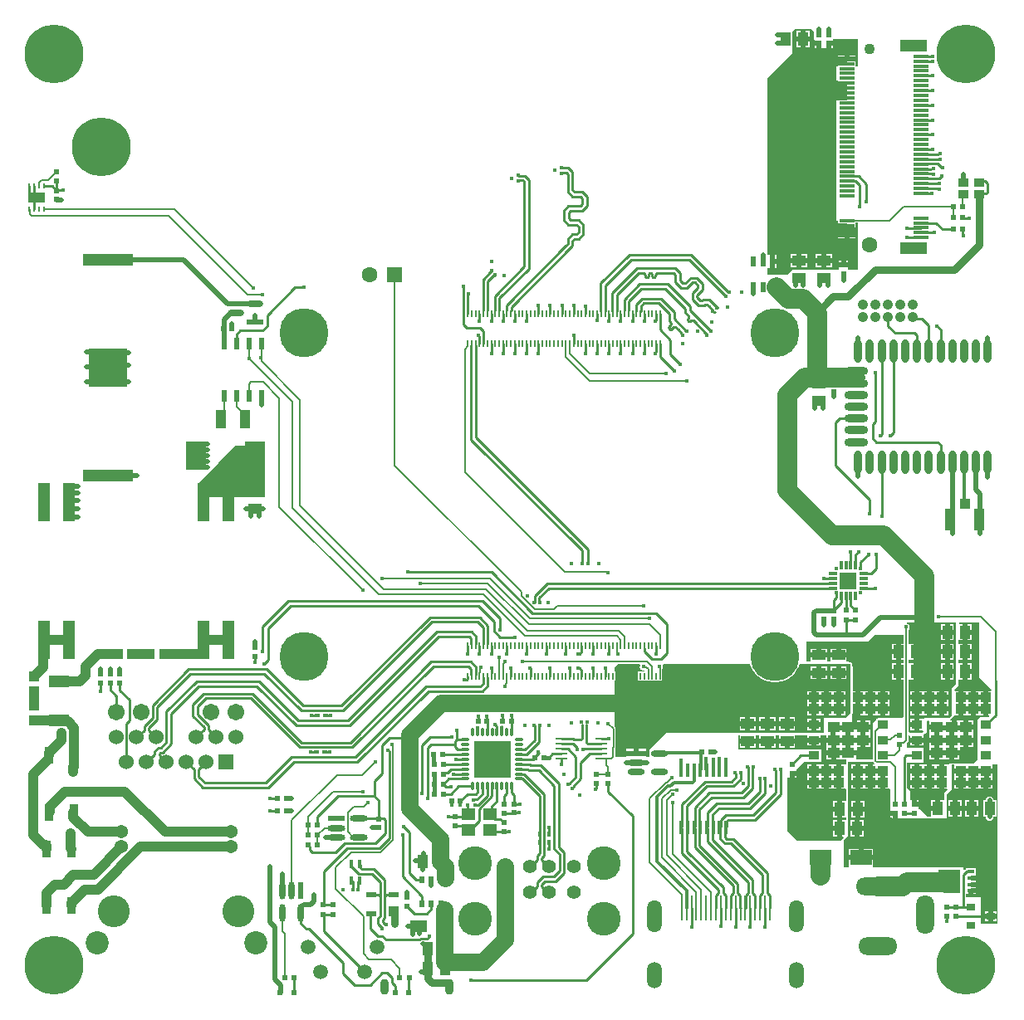
<source format=gtl>
G04*
G04 #@! TF.GenerationSoftware,Altium Limited,Altium Designer,22.2.1 (43)*
G04*
G04 Layer_Physical_Order=1*
G04 Layer_Color=255*
%FSAX24Y24*%
%MOIN*%
G70*
G04*
G04 #@! TF.SameCoordinates,07477AA8-A169-438C-A272-D3E418652323*
G04*
G04*
G04 #@! TF.FilePolarity,Positive*
G04*
G01*
G75*
%ADD14C,0.0100*%
%ADD19C,0.0080*%
%ADD20C,0.0150*%
%ADD33R,0.0571X0.0433*%
%ADD34R,0.0244X0.0228*%
%ADD35R,0.0335X0.0689*%
%ADD36R,0.0691X0.0240*%
G04:AMPARAMS|DCode=37|XSize=69.1mil|YSize=24mil|CornerRadius=12mil|HoleSize=0mil|Usage=FLASHONLY|Rotation=0.000|XOffset=0mil|YOffset=0mil|HoleType=Round|Shape=RoundedRectangle|*
%AMROUNDEDRECTD37*
21,1,0.0691,0.0000,0,0,0.0*
21,1,0.0451,0.0240,0,0,0.0*
1,1,0.0240,0.0226,0.0000*
1,1,0.0240,-0.0226,0.0000*
1,1,0.0240,-0.0226,0.0000*
1,1,0.0240,0.0226,0.0000*
%
%ADD37ROUNDEDRECTD37*%
%ADD38R,0.0244X0.0244*%
%ADD39R,0.0433X0.0866*%
%ADD40R,0.0394X0.0433*%
G04:AMPARAMS|DCode=41|XSize=48.7mil|YSize=8.4mil|CornerRadius=4.2mil|HoleSize=0mil|Usage=FLASHONLY|Rotation=180.000|XOffset=0mil|YOffset=0mil|HoleType=Round|Shape=RoundedRectangle|*
%AMROUNDEDRECTD41*
21,1,0.0487,0.0000,0,0,180.0*
21,1,0.0404,0.0084,0,0,180.0*
1,1,0.0084,-0.0202,0.0000*
1,1,0.0084,0.0202,0.0000*
1,1,0.0084,0.0202,0.0000*
1,1,0.0084,-0.0202,0.0000*
%
%ADD41ROUNDEDRECTD41*%
%ADD42R,0.0487X0.0084*%
%ADD43R,0.0217X0.0413*%
%ADD44R,0.0244X0.0244*%
%ADD45R,0.0228X0.0244*%
%ADD46R,0.0236X0.0236*%
G04:AMPARAMS|DCode=47|XSize=71.1mil|YSize=24.1mil|CornerRadius=12.1mil|HoleSize=0mil|Usage=FLASHONLY|Rotation=270.000|XOffset=0mil|YOffset=0mil|HoleType=Round|Shape=RoundedRectangle|*
%AMROUNDEDRECTD47*
21,1,0.0711,0.0000,0,0,270.0*
21,1,0.0470,0.0241,0,0,270.0*
1,1,0.0241,0.0000,-0.0235*
1,1,0.0241,0.0000,0.0235*
1,1,0.0241,0.0000,0.0235*
1,1,0.0241,0.0000,-0.0235*
%
%ADD47ROUNDEDRECTD47*%
%ADD48R,0.0241X0.0711*%
G04:AMPARAMS|DCode=49|XSize=71.1mil|YSize=24.1mil|CornerRadius=12.1mil|HoleSize=0mil|Usage=FLASHONLY|Rotation=0.000|XOffset=0mil|YOffset=0mil|HoleType=Round|Shape=RoundedRectangle|*
%AMROUNDEDRECTD49*
21,1,0.0711,0.0000,0,0,0.0*
21,1,0.0470,0.0241,0,0,0.0*
1,1,0.0241,0.0235,0.0000*
1,1,0.0241,-0.0235,0.0000*
1,1,0.0241,-0.0235,0.0000*
1,1,0.0241,0.0235,0.0000*
%
%ADD49ROUNDEDRECTD49*%
%ADD50R,0.0711X0.0241*%
%ADD51R,0.0079X0.0276*%
%ADD52R,0.0787X0.1181*%
%ADD53R,0.0492X0.1575*%
%ADD54R,0.0433X0.0748*%
%ADD55R,0.0394X0.0354*%
G04:AMPARAMS|DCode=56|XSize=7.9mil|YSize=22.2mil|CornerRadius=2mil|HoleSize=0mil|Usage=FLASHONLY|Rotation=90.000|XOffset=0mil|YOffset=0mil|HoleType=Round|Shape=RoundedRectangle|*
%AMROUNDEDRECTD56*
21,1,0.0079,0.0183,0,0,90.0*
21,1,0.0039,0.0222,0,0,90.0*
1,1,0.0039,0.0092,0.0020*
1,1,0.0039,0.0092,-0.0020*
1,1,0.0039,-0.0092,-0.0020*
1,1,0.0039,-0.0092,0.0020*
%
%ADD56ROUNDEDRECTD56*%
%ADD57R,0.0110X0.1024*%
%ADD58R,0.0177X0.0581*%
G04:AMPARAMS|DCode=59|XSize=65.3mil|YSize=24.7mil|CornerRadius=12.3mil|HoleSize=0mil|Usage=FLASHONLY|Rotation=180.000|XOffset=0mil|YOffset=0mil|HoleType=Round|Shape=RoundedRectangle|*
%AMROUNDEDRECTD59*
21,1,0.0653,0.0000,0,0,180.0*
21,1,0.0406,0.0247,0,0,180.0*
1,1,0.0247,-0.0203,0.0000*
1,1,0.0247,0.0203,0.0000*
1,1,0.0247,0.0203,0.0000*
1,1,0.0247,-0.0203,0.0000*
%
%ADD59ROUNDEDRECTD59*%
%ADD60R,0.0653X0.0247*%
%ADD61R,0.2000X0.0500*%
%ADD62R,0.0118X0.0118*%
%ADD63R,0.0118X0.0354*%
%ADD64R,0.0354X0.0118*%
%ADD65R,0.0394X0.0394*%
%ADD66R,0.0866X0.0610*%
%ADD67R,0.0827X0.0500*%
%ADD68R,0.0394X0.0394*%
G04:AMPARAMS|DCode=69|XSize=31.5mil|YSize=94.5mil|CornerRadius=15.7mil|HoleSize=0mil|Usage=FLASHONLY|Rotation=270.000|XOffset=0mil|YOffset=0mil|HoleType=Round|Shape=RoundedRectangle|*
%AMROUNDEDRECTD69*
21,1,0.0315,0.0630,0,0,270.0*
21,1,0.0000,0.0945,0,0,270.0*
1,1,0.0315,-0.0315,0.0000*
1,1,0.0315,-0.0315,0.0000*
1,1,0.0315,0.0315,0.0000*
1,1,0.0315,0.0315,0.0000*
%
%ADD69ROUNDEDRECTD69*%
G04:AMPARAMS|DCode=70|XSize=94.5mil|YSize=31.5mil|CornerRadius=15.7mil|HoleSize=0mil|Usage=FLASHONLY|Rotation=270.000|XOffset=0mil|YOffset=0mil|HoleType=Round|Shape=RoundedRectangle|*
%AMROUNDEDRECTD70*
21,1,0.0945,0.0000,0,0,270.0*
21,1,0.0630,0.0315,0,0,270.0*
1,1,0.0315,0.0000,-0.0315*
1,1,0.0315,0.0000,0.0315*
1,1,0.0315,0.0000,0.0315*
1,1,0.0315,0.0000,-0.0315*
%
%ADD70ROUNDEDRECTD70*%
%ADD71R,0.0413X0.0551*%
%ADD72R,0.0433X0.0571*%
%ADD73R,0.0512X0.0433*%
%ADD74C,0.0364*%
%ADD75R,0.0433X0.0394*%
%ADD76R,0.0433X0.0354*%
%ADD77R,0.0157X0.0354*%
%ADD78R,0.0394X0.0236*%
%ADD79R,0.0709X0.0492*%
%ADD80R,0.0217X0.0315*%
%ADD81R,0.0551X0.0453*%
%ADD82R,0.0354X0.0315*%
%ADD83R,0.0551X0.0413*%
%ADD84R,0.0236X0.0512*%
%ADD85R,0.0276X0.0165*%
%ADD86R,0.0213X0.0165*%
%ADD87R,0.0673X0.0933*%
G04:AMPARAMS|DCode=88|XSize=7.9mil|YSize=22.2mil|CornerRadius=2mil|HoleSize=0mil|Usage=FLASHONLY|Rotation=0.000|XOffset=0mil|YOffset=0mil|HoleType=Round|Shape=RoundedRectangle|*
%AMROUNDEDRECTD88*
21,1,0.0079,0.0183,0,0,0.0*
21,1,0.0039,0.0222,0,0,0.0*
1,1,0.0039,0.0020,-0.0092*
1,1,0.0039,-0.0020,-0.0092*
1,1,0.0039,-0.0020,0.0092*
1,1,0.0039,0.0020,0.0092*
%
%ADD88ROUNDEDRECTD88*%
%ADD89O,0.0354X0.0110*%
%ADD90O,0.0110X0.0354*%
%ADD91R,0.1457X0.1457*%
%ADD92R,0.0610X0.0118*%
%ADD93R,0.1083X0.0472*%
%ADD102R,0.0669X0.0394*%
%ADD115R,0.1560X0.1560*%
%ADD116R,0.0709X0.0709*%
%ADD156C,0.0630*%
%ADD157C,0.0433*%
%ADD158R,0.0098X0.0217*%
G04:AMPARAMS|DCode=159|XSize=15.7mil|YSize=22.2mil|CornerRadius=2mil|HoleSize=0mil|Usage=FLASHONLY|Rotation=90.000|XOffset=0mil|YOffset=0mil|HoleType=Round|Shape=RoundedRectangle|*
%AMROUNDEDRECTD159*
21,1,0.0157,0.0183,0,0,90.0*
21,1,0.0118,0.0222,0,0,90.0*
1,1,0.0039,0.0092,0.0059*
1,1,0.0039,0.0092,-0.0059*
1,1,0.0039,-0.0092,-0.0059*
1,1,0.0039,-0.0092,0.0059*
%
%ADD159ROUNDEDRECTD159*%
G04:AMPARAMS|DCode=160|XSize=15.7mil|YSize=22.2mil|CornerRadius=2mil|HoleSize=0mil|Usage=FLASHONLY|Rotation=0.000|XOffset=0mil|YOffset=0mil|HoleType=Round|Shape=RoundedRectangle|*
%AMROUNDEDRECTD160*
21,1,0.0157,0.0183,0,0,0.0*
21,1,0.0118,0.0222,0,0,0.0*
1,1,0.0039,0.0059,-0.0092*
1,1,0.0039,-0.0059,-0.0092*
1,1,0.0039,-0.0059,0.0092*
1,1,0.0039,0.0059,0.0092*
%
%ADD160ROUNDEDRECTD160*%
%ADD161C,0.0400*%
%ADD162C,0.0200*%
%ADD163C,0.0120*%
%ADD164C,0.0800*%
%ADD165C,0.0700*%
%ADD166C,0.0300*%
%ADD167O,0.1772X0.0709*%
%ADD168O,0.0709X0.1575*%
%ADD169O,0.1575X0.0709*%
%ADD170C,0.2362*%
%ADD171R,0.0630X0.0630*%
%ADD172C,0.0413*%
%ADD173O,0.0354X0.0630*%
%ADD174C,0.0559*%
%ADD175C,0.1358*%
%ADD176C,0.1969*%
%ADD177C,0.0540*%
%ADD178C,0.1280*%
%ADD179C,0.0675*%
%ADD180C,0.0930*%
%ADD181C,0.0600*%
%ADD182R,0.0600X0.0600*%
%ADD183C,0.0591*%
%ADD184O,0.0591X0.1299*%
%ADD185O,0.0591X0.1063*%
%ADD186C,0.0177*%
%ADD187C,0.0197*%
G36*
X043701Y052657D02*
X043701Y052362D01*
X043726Y052322D01*
Y052285D01*
X043898D01*
Y052185D01*
X043998D01*
Y052013D01*
X044069D01*
X044070Y052013D01*
X044119D01*
X044120Y052013D01*
X044191D01*
Y052185D01*
X044291D01*
Y052285D01*
X044463D01*
Y052357D01*
X044511Y052362D01*
X045472D01*
Y051280D01*
X045375D01*
Y051475D01*
X045020D01*
Y051290D01*
X044665D01*
Y051280D01*
X044665D01*
Y051278D01*
X044587D01*
Y050691D01*
X044665D01*
Y050689D01*
X044665D01*
Y050678D01*
X045020D01*
Y050494D01*
X045020D01*
Y050297D01*
X045020D01*
Y050097D01*
X045020D01*
Y049912D01*
X044665D01*
Y049902D01*
X044665D01*
Y049900D01*
X044587D01*
Y045079D01*
X044665D01*
Y044970D01*
X045020D01*
Y044785D01*
X045375D01*
Y044987D01*
X045472D01*
Y043110D01*
X045102D01*
X045054Y043115D01*
X045054Y043160D01*
Y043187D01*
X044882D01*
X044710D01*
Y043115D01*
X044662Y043110D01*
X042815D01*
X042618Y042913D01*
X041831D01*
Y043152D01*
X041868Y043182D01*
X041881Y043182D01*
X041926D01*
Y043439D01*
Y043696D01*
X041881D01*
X041868Y043696D01*
X041831Y043727D01*
Y050787D01*
X042815Y051772D01*
Y052027D01*
X042826D01*
Y052668D01*
X042913Y052756D01*
X043602D01*
X043701Y052657D01*
D02*
G37*
G36*
X021654Y035925D02*
Y033957D01*
X018996D01*
Y034055D01*
Y034547D01*
X019783Y035335D01*
X020472Y036024D01*
X021555Y036024D01*
X021654Y035925D01*
D02*
G37*
G36*
X045177Y025295D02*
X044980Y025098D01*
X044094D01*
Y024508D01*
X037795D01*
X037106Y023819D01*
Y023707D01*
X037101Y023681D01*
X037106Y023655D01*
Y023524D01*
X036970D01*
Y023581D01*
X036179D01*
Y023524D01*
X035738D01*
X035722Y023543D01*
Y023863D01*
X035736Y023884D01*
X035743Y023919D01*
Y024664D01*
X035736Y024699D01*
X035716Y024729D01*
X035680Y024765D01*
Y026584D01*
X035719D01*
Y026772D01*
Y026959D01*
X035680D01*
Y027117D01*
X035827Y027264D01*
X036702D01*
X036726Y027214D01*
X036711Y027178D01*
Y027122D01*
X036733Y027071D01*
X036772Y027033D01*
X036822Y027011D01*
X036878D01*
X036881Y027013D01*
X036922Y026976D01*
X036917Y026959D01*
X036643D01*
Y026772D01*
Y026584D01*
X037609D01*
Y026760D01*
X037611Y026772D01*
Y027081D01*
X037617Y027087D01*
X037639Y027138D01*
Y027193D01*
X037630Y027214D01*
X037663Y027264D01*
X041134D01*
X041168Y027162D01*
X041241Y027017D01*
X041337Y026885D01*
X041452Y026770D01*
X041584Y026674D01*
X041729Y026601D01*
X041884Y026550D01*
X042045Y026525D01*
X042207D01*
X042368Y026550D01*
X042523Y026601D01*
X042668Y026674D01*
X042800Y026770D01*
X042915Y026885D01*
X043011Y027017D01*
X043084Y027162D01*
X043118Y027264D01*
X045177D01*
Y025295D01*
D02*
G37*
G36*
X050315Y026732D02*
X050825Y026222D01*
X050804Y026172D01*
X050710D01*
Y025925D01*
X050510D01*
Y026172D01*
X050198D01*
Y025925D01*
X049998D01*
Y026172D01*
X049687D01*
Y025925D01*
X049487D01*
Y026172D01*
X049353D01*
X049332Y026222D01*
X049488Y026378D01*
Y026601D01*
X049507Y026643D01*
X049538Y026643D01*
X049664D01*
Y026969D01*
Y027294D01*
X049538D01*
X049507Y027294D01*
X049488Y027336D01*
Y027388D01*
X049507Y027430D01*
X049538Y027430D01*
X049664D01*
Y027756D01*
Y028082D01*
X049538D01*
X049507Y028082D01*
X049488Y028124D01*
Y028176D01*
X049507Y028218D01*
X049538Y028218D01*
X049664D01*
Y028543D01*
Y028869D01*
X049546D01*
X049531Y028885D01*
X049517Y028919D01*
X049528Y028937D01*
X050315D01*
Y026732D01*
D02*
G37*
G36*
X047308Y028082D02*
X047187D01*
Y027756D01*
Y027430D01*
X047308D01*
Y027294D01*
X047187D01*
Y026969D01*
Y026643D01*
X047308D01*
Y025163D01*
X047244Y025098D01*
X046260D01*
X046231Y025070D01*
X046210D01*
Y025048D01*
X046063Y024902D01*
Y023425D01*
X045431D01*
X045385Y023434D01*
Y023622D01*
X045413Y023628D01*
Y023917D01*
X045807D01*
X045819Y023946D01*
X045975D01*
Y024113D01*
X045669D01*
Y024313D01*
X045975D01*
Y024458D01*
Y024624D01*
X045669D01*
Y024724D01*
X045569D01*
Y024991D01*
X045239D01*
X045218Y025041D01*
X045276Y025098D01*
Y025206D01*
X045353D01*
Y025453D01*
X045553D01*
Y025206D01*
X045865D01*
Y025453D01*
X046065D01*
Y025206D01*
X046376D01*
Y025453D01*
X046476D01*
Y025553D01*
X046743D01*
Y025678D01*
Y025825D01*
X046476D01*
Y025925D01*
X046376D01*
Y026172D01*
X046065D01*
Y025925D01*
X045865D01*
Y026172D01*
X045553D01*
Y025925D01*
X045353D01*
Y026172D01*
X045276D01*
Y027165D01*
X045231Y027210D01*
Y027264D01*
X045215Y027302D01*
X045177Y027318D01*
X045123D01*
X045079Y027362D01*
X045011D01*
Y027518D01*
X044685D01*
X044359D01*
Y027362D01*
X044223D01*
Y027518D01*
X043898D01*
X043572D01*
Y027362D01*
X043406D01*
Y028150D01*
X045866D01*
X046161Y028445D01*
X047308D01*
Y028082D01*
D02*
G37*
G36*
X049409Y026476D02*
X049213Y026280D01*
Y025197D01*
X049114Y025098D01*
X048130D01*
Y025073D01*
X048081Y025070D01*
X048080Y025070D01*
X047915D01*
Y024843D01*
Y024615D01*
X048068D01*
X048094Y024571D01*
X048032Y024508D01*
X047539D01*
X047492Y024555D01*
Y026635D01*
X047539Y026643D01*
X047542Y026643D01*
X047695D01*
Y026969D01*
Y027294D01*
X047542D01*
X047539Y027294D01*
X047492Y027302D01*
Y027423D01*
X047539Y027430D01*
X047542Y027430D01*
X047695D01*
Y027756D01*
Y028082D01*
X047542D01*
X047539Y028082D01*
X047492Y028089D01*
Y028646D01*
X047517Y028672D01*
X047539Y028722D01*
Y028778D01*
X047517Y028828D01*
X047478Y028867D01*
X047441Y028883D01*
Y028937D01*
X049409D01*
Y026476D01*
D02*
G37*
G36*
X044182Y024313D02*
X044488D01*
Y024113D01*
X044182D01*
Y023946D01*
Y023801D01*
X044488D01*
Y023701D01*
X044588D01*
Y023434D01*
X044934D01*
X044980Y023425D01*
Y023266D01*
X044971Y023219D01*
X044930Y023219D01*
X044805D01*
Y022972D01*
X044605D01*
Y023219D01*
X044293D01*
Y022972D01*
X044093D01*
Y023219D01*
X043781D01*
Y022972D01*
X043681D01*
Y022872D01*
X043415D01*
Y022726D01*
Y022600D01*
X043681D01*
Y022500D01*
X043781D01*
Y022253D01*
X044093D01*
Y022500D01*
X044293D01*
Y022253D01*
X044605D01*
Y022500D01*
X044805D01*
Y022253D01*
X044930D01*
X044971Y022253D01*
X044980Y022207D01*
Y021778D01*
X044843D01*
Y021442D01*
Y021107D01*
X044980D01*
Y021005D01*
X044824D01*
Y020669D01*
Y020334D01*
X044875D01*
X044894Y020288D01*
X044783Y020177D01*
X043012D01*
X042618Y020571D01*
Y022654D01*
X042643Y022694D01*
X042715D01*
Y022858D01*
X042815D01*
Y022958D01*
X042987D01*
Y023022D01*
X043012Y023031D01*
X043012Y023031D01*
X043027Y023047D01*
X043307Y023327D01*
X043996D01*
Y023819D01*
X040650D01*
Y024409D01*
X040718D01*
Y024254D01*
X041043D01*
X041369D01*
Y024409D01*
X041505D01*
Y024254D01*
X041831D01*
X042156D01*
Y024409D01*
X042293D01*
Y024254D01*
X042618D01*
X042944D01*
Y024409D01*
X043415D01*
Y024313D01*
X043681D01*
X043948D01*
Y024409D01*
X044182D01*
Y024313D01*
D02*
G37*
G36*
X049687Y025206D02*
X049998D01*
Y025453D01*
X050198D01*
Y025206D01*
X050510D01*
Y025453D01*
X050710D01*
Y025206D01*
X050731D01*
X050750Y025160D01*
X050709Y025118D01*
X050354D01*
X050276Y025039D01*
Y023425D01*
X050118Y023268D01*
X049338D01*
X049330Y023272D01*
X049284Y023281D01*
X049279Y023280D01*
X049274Y023282D01*
X049213D01*
X049177Y023268D01*
X049134D01*
Y023257D01*
X049105Y023219D01*
X048939D01*
Y022972D01*
X048739D01*
Y023219D01*
X048427D01*
Y022972D01*
X048227D01*
Y023219D01*
X047915D01*
Y022972D01*
X047815D01*
Y022872D01*
X047548D01*
Y022726D01*
Y022600D01*
X047815D01*
Y022500D01*
X047915D01*
Y022253D01*
X048227D01*
Y022500D01*
X048427D01*
Y022253D01*
X048739D01*
Y022500D01*
X048939D01*
Y022253D01*
X049038D01*
X049057Y022207D01*
X048937Y022087D01*
Y021838D01*
X048928Y021792D01*
X048887Y021792D01*
X048761D01*
Y021457D01*
X048661D01*
Y021357D01*
X048395D01*
X048395Y021121D01*
X048347Y021117D01*
X048253D01*
X047932Y021438D01*
X047912Y021472D01*
X047908Y021505D01*
Y021542D01*
X047736D01*
Y021642D01*
X047636D01*
Y021806D01*
X047564D01*
X047559Y021854D01*
Y022165D01*
X047444Y022280D01*
Y023307D01*
X048110D01*
Y023898D01*
X047441D01*
Y024111D01*
X047465Y024135D01*
X047485Y024165D01*
X047492Y024200D01*
Y024400D01*
X047498Y024406D01*
X047512Y024404D01*
X047548Y024382D01*
Y024313D01*
X047815D01*
X048081D01*
Y024440D01*
X048128Y024449D01*
X048150D01*
X048228Y024528D01*
Y024972D01*
X048267Y024992D01*
X048316Y024972D01*
Y024824D01*
X048622D01*
Y024624D01*
X048316D01*
Y024458D01*
Y024313D01*
X048622D01*
Y024113D01*
X048316D01*
Y023946D01*
Y023801D01*
X048622D01*
Y023701D01*
X048722D01*
Y023434D01*
X049113D01*
Y023701D01*
X049313D01*
Y023434D01*
X049518D01*
Y023622D01*
X049547Y023628D01*
Y023917D01*
X049941D01*
X049953Y023946D01*
X050109D01*
Y024113D01*
X049803D01*
Y024313D01*
X050109D01*
Y024458D01*
Y024624D01*
X049803D01*
Y024724D01*
X049703D01*
Y024991D01*
X049196D01*
X049175Y025041D01*
X049291Y025157D01*
Y025168D01*
X049320Y025206D01*
X049487D01*
Y025453D01*
X049687D01*
Y025206D01*
D02*
G37*
G36*
X046097Y023312D02*
X046139Y023269D01*
X046118Y023219D01*
X046065D01*
Y022972D01*
X045865D01*
Y023219D01*
X045553D01*
Y022972D01*
X045453D01*
Y022872D01*
X045186D01*
Y022726D01*
Y022600D01*
X045453D01*
Y022500D01*
X045553D01*
Y022253D01*
X045865D01*
Y022500D01*
X046065D01*
Y022253D01*
X046376D01*
Y022500D01*
X046576D01*
Y022253D01*
X046743D01*
X046752Y022207D01*
Y021161D01*
X046777Y021137D01*
Y021107D01*
X046806D01*
X046850Y021063D01*
X049016D01*
Y022047D01*
X049213Y022244D01*
Y023228D01*
X049274D01*
X049320Y023219D01*
X049320Y023178D01*
Y023072D01*
X049587D01*
Y022872D01*
X049320D01*
Y022726D01*
Y022600D01*
X049587D01*
Y022500D01*
X049687D01*
Y022253D01*
X049998D01*
Y022500D01*
X050198D01*
Y022253D01*
X050510D01*
Y022500D01*
X050610D01*
Y022600D01*
X050877D01*
Y022726D01*
Y022872D01*
X050610D01*
Y023072D01*
X050877D01*
Y023219D01*
X050923Y023228D01*
X051079D01*
Y016831D01*
X050394D01*
Y017913D01*
X049807D01*
Y017969D01*
X049812Y018017D01*
X049900D01*
Y018150D01*
X050000D01*
Y018250D01*
X050188D01*
Y018273D01*
Y018306D01*
X050000D01*
Y018506D01*
X050188D01*
Y018529D01*
Y018561D01*
X050000D01*
Y018761D01*
X050188D01*
Y018785D01*
Y019050D01*
X049812D01*
Y019017D01*
X049784Y019012D01*
X049755Y018992D01*
X049731Y018998D01*
X049705Y019008D01*
Y019094D01*
X046101D01*
X046074Y019133D01*
X046074Y019144D01*
Y019388D01*
X045591D01*
X045107D01*
Y019144D01*
X045107Y019133D01*
X045080Y019094D01*
X044882D01*
Y020177D01*
X045079Y020374D01*
Y023327D01*
X046087D01*
X046097Y023312D01*
D02*
G37*
%LPC*%
G36*
X043534Y052698D02*
X043368D01*
Y052462D01*
X043534D01*
Y052698D01*
D02*
G37*
G36*
X043168D02*
X043001D01*
Y052462D01*
X043168D01*
Y052698D01*
D02*
G37*
G36*
X043534Y052262D02*
X043368D01*
Y052027D01*
X043534D01*
Y052262D01*
D02*
G37*
G36*
X043168D02*
X043001D01*
Y052027D01*
X043168D01*
Y052262D01*
D02*
G37*
G36*
X044463Y052085D02*
X044391D01*
Y052013D01*
X044463D01*
Y052085D01*
D02*
G37*
G36*
X043798Y052085D02*
X043726D01*
Y052013D01*
X043798D01*
Y052085D01*
D02*
G37*
G36*
X045375Y051684D02*
X045120D01*
Y051675D01*
X045375D01*
Y051684D01*
D02*
G37*
G36*
X044920D02*
X044665D01*
Y051675D01*
X044920D01*
Y051684D01*
D02*
G37*
G36*
X045375Y044388D02*
X045120D01*
Y044379D01*
X045375D01*
Y044388D01*
D02*
G37*
G36*
X044920D02*
X044665D01*
Y044379D01*
X044920D01*
Y044388D01*
D02*
G37*
G36*
X044430Y043731D02*
X044194D01*
Y043565D01*
X044430D01*
Y043731D01*
D02*
G37*
G36*
X043446D02*
X043210D01*
Y043565D01*
X043446D01*
Y043731D01*
D02*
G37*
G36*
X043994D02*
X043759D01*
Y043565D01*
X043994D01*
Y043731D01*
D02*
G37*
G36*
X043010D02*
X042775D01*
Y043565D01*
X043010D01*
Y043731D01*
D02*
G37*
G36*
X042126Y043696D02*
Y043539D01*
X042184D01*
Y043696D01*
X042126D01*
D02*
G37*
G36*
X045054Y043459D02*
X044982D01*
Y043387D01*
X045054D01*
Y043459D01*
D02*
G37*
G36*
X044782D02*
X044710D01*
Y043387D01*
X044782D01*
Y043459D01*
D02*
G37*
G36*
X044430Y043365D02*
X044194D01*
Y043198D01*
X044430D01*
Y043365D01*
D02*
G37*
G36*
X043994D02*
X043759D01*
Y043198D01*
X043994D01*
Y043365D01*
D02*
G37*
G36*
X043446D02*
X043210D01*
Y043198D01*
X043446D01*
Y043365D01*
D02*
G37*
G36*
X043010D02*
X042775D01*
Y043198D01*
X043010D01*
Y043365D01*
D02*
G37*
G36*
X042184Y043339D02*
X042126D01*
Y043182D01*
X042184D01*
Y043339D01*
D02*
G37*
G36*
X044223Y027166D02*
X043998D01*
Y027009D01*
X044223D01*
Y027166D01*
D02*
G37*
G36*
X043798D02*
X043572D01*
Y027009D01*
X043798D01*
Y027166D01*
D02*
G37*
G36*
X045011D02*
X044785D01*
Y027009D01*
X045011D01*
Y027166D01*
D02*
G37*
G36*
X044585D02*
X044359D01*
Y027009D01*
X044585D01*
Y027166D01*
D02*
G37*
G36*
X045011Y026809D02*
X044785D01*
Y026653D01*
X045011D01*
Y026809D01*
D02*
G37*
G36*
X044585D02*
X044359D01*
Y026653D01*
X044585D01*
Y026809D01*
D02*
G37*
G36*
X044223Y026809D02*
X043998D01*
Y026653D01*
X044223D01*
Y026809D01*
D02*
G37*
G36*
X043798D02*
X043572D01*
Y026653D01*
X043798D01*
Y026809D01*
D02*
G37*
G36*
X044971Y026172D02*
X044805D01*
Y026025D01*
X044971D01*
Y026172D01*
D02*
G37*
G36*
X043581D02*
X043415D01*
Y026025D01*
X043581D01*
Y026172D01*
D02*
G37*
G36*
X044605D02*
X044293D01*
Y025925D01*
X044093D01*
Y026172D01*
X043781D01*
Y025925D01*
X043681D01*
Y025825D01*
X043415D01*
Y025678D01*
Y025553D01*
X043681D01*
Y025453D01*
X043781D01*
Y025206D01*
X044093D01*
Y025453D01*
X044293D01*
Y025206D01*
X044605D01*
Y025453D01*
X044705D01*
Y025553D01*
X044971D01*
Y025678D01*
Y025825D01*
X044705D01*
Y025925D01*
X044605D01*
Y026172D01*
D02*
G37*
G36*
X044971Y025353D02*
X044805D01*
Y025206D01*
X044971D01*
Y025353D01*
D02*
G37*
G36*
X043581D02*
X043415D01*
Y025206D01*
X043581D01*
Y025353D01*
D02*
G37*
G36*
X042156Y025119D02*
X041931D01*
Y024962D01*
X042156D01*
Y025119D01*
D02*
G37*
G36*
X041731D02*
X041505D01*
Y024962D01*
X041731D01*
Y025119D01*
D02*
G37*
G36*
X041369D02*
X041143D01*
Y024962D01*
X041369D01*
Y025119D01*
D02*
G37*
G36*
X040943D02*
X040718D01*
Y024962D01*
X040943D01*
Y025119D01*
D02*
G37*
G36*
X042944D02*
X042718D01*
Y024962D01*
X042944D01*
Y025119D01*
D02*
G37*
G36*
X042518D02*
X042293D01*
Y024962D01*
X042518D01*
Y025119D01*
D02*
G37*
G36*
X043948Y025070D02*
X043781D01*
Y024943D01*
X043948D01*
Y025070D01*
D02*
G37*
G36*
X043581D02*
X043415D01*
Y024943D01*
X043581D01*
Y025070D01*
D02*
G37*
G36*
X043948Y024743D02*
X043781D01*
Y024615D01*
X043948D01*
Y024743D01*
D02*
G37*
G36*
X043581D02*
X043415D01*
Y024615D01*
X043581D01*
Y024743D01*
D02*
G37*
G36*
X042944Y024762D02*
X042718D01*
Y024606D01*
X042944D01*
Y024762D01*
D02*
G37*
G36*
X042518D02*
X042293D01*
Y024606D01*
X042518D01*
Y024762D01*
D02*
G37*
G36*
X042156Y024762D02*
X041931D01*
Y024606D01*
X042156D01*
Y024762D01*
D02*
G37*
G36*
X041731D02*
X041505D01*
Y024606D01*
X041731D01*
Y024762D01*
D02*
G37*
G36*
X041369Y024762D02*
X041143D01*
Y024606D01*
X041369D01*
Y024762D01*
D02*
G37*
G36*
X040943D02*
X040718D01*
Y024606D01*
X040943D01*
Y024762D01*
D02*
G37*
G36*
X036970Y023851D02*
X036675D01*
Y023781D01*
X036970D01*
Y023851D01*
D02*
G37*
G36*
X036475D02*
X036179D01*
Y023781D01*
X036475D01*
Y023851D01*
D02*
G37*
G36*
X049864Y028869D02*
Y028643D01*
X050020D01*
Y028869D01*
X049864D01*
D02*
G37*
G36*
X050020Y028443D02*
X049864D01*
Y028218D01*
X050020D01*
Y028443D01*
D02*
G37*
G36*
X049864Y028082D02*
Y027856D01*
X050020D01*
Y028082D01*
X049864D01*
D02*
G37*
G36*
X050020Y027656D02*
X049864D01*
Y027430D01*
X050020D01*
Y027656D01*
D02*
G37*
G36*
X049864Y027294D02*
Y027069D01*
X050020D01*
Y027294D01*
X049864D01*
D02*
G37*
G36*
X050020Y026869D02*
X049864D01*
Y026643D01*
X050020D01*
Y026869D01*
D02*
G37*
G36*
X046987Y028082D02*
X046830D01*
Y027856D01*
X046987D01*
Y028082D01*
D02*
G37*
G36*
X044223Y027875D02*
X043998D01*
Y027718D01*
X044223D01*
Y027875D01*
D02*
G37*
G36*
X043798D02*
X043572D01*
Y027718D01*
X043798D01*
Y027875D01*
D02*
G37*
G36*
X045011D02*
X044785D01*
Y027718D01*
X045011D01*
Y027875D01*
D02*
G37*
G36*
X044585D02*
X044359D01*
Y027718D01*
X044585D01*
Y027875D01*
D02*
G37*
G36*
X046987Y027656D02*
X046830D01*
Y027430D01*
X046987D01*
Y027656D01*
D02*
G37*
G36*
Y027294D02*
X046830D01*
Y027069D01*
X046987D01*
Y027294D01*
D02*
G37*
G36*
Y026869D02*
X046830D01*
Y026643D01*
X046987D01*
Y026869D01*
D02*
G37*
G36*
X046743Y026172D02*
X046576D01*
Y026025D01*
X046743D01*
Y026172D01*
D02*
G37*
G36*
Y025353D02*
X046576D01*
Y025206D01*
X046743D01*
Y025353D01*
D02*
G37*
G36*
X045975Y024991D02*
X045769D01*
Y024824D01*
X045975D01*
Y024991D01*
D02*
G37*
G36*
X045861Y023615D02*
X045859D01*
X045751Y023507D01*
Y023506D01*
X045782Y023519D01*
X045848Y023584D01*
X045861Y023615D01*
D02*
G37*
G36*
X049312Y028869D02*
X049155D01*
Y028643D01*
X049312D01*
Y028869D01*
D02*
G37*
G36*
X048955D02*
X048798D01*
Y028643D01*
X048955D01*
Y028869D01*
D02*
G37*
G36*
X049312Y028443D02*
X049155D01*
Y028218D01*
X049312D01*
Y028443D01*
D02*
G37*
G36*
X048955D02*
X048798D01*
Y028218D01*
X048955D01*
Y028443D01*
D02*
G37*
G36*
X049312Y028082D02*
X049155D01*
Y027856D01*
X049312D01*
Y028082D01*
D02*
G37*
G36*
X047895D02*
Y027856D01*
X048052D01*
Y028082D01*
X047895D01*
D02*
G37*
G36*
X048955D02*
X048798D01*
Y027856D01*
X048955D01*
Y028082D01*
D02*
G37*
G36*
X049312Y027656D02*
X049155D01*
Y027430D01*
X049312D01*
Y027656D01*
D02*
G37*
G36*
X048955D02*
X048798D01*
Y027430D01*
X048955D01*
Y027656D01*
D02*
G37*
G36*
X048052D02*
X047895D01*
Y027430D01*
X048052D01*
Y027656D01*
D02*
G37*
G36*
X049312Y027294D02*
X049155D01*
Y027069D01*
X049312D01*
Y027294D01*
D02*
G37*
G36*
X047895D02*
Y027069D01*
X048052D01*
Y027294D01*
X047895D01*
D02*
G37*
G36*
X048955D02*
X048798D01*
Y027069D01*
X048955D01*
Y027294D01*
D02*
G37*
G36*
X049312Y026869D02*
X049155D01*
Y026643D01*
X049312D01*
Y026869D01*
D02*
G37*
G36*
X048955D02*
X048798D01*
Y026643D01*
X048955D01*
Y026869D01*
D02*
G37*
G36*
X048052D02*
X047895D01*
Y026643D01*
X048052D01*
Y026869D01*
D02*
G37*
G36*
X049105Y026172D02*
X048939D01*
Y026025D01*
X049105D01*
Y026172D01*
D02*
G37*
G36*
X047715D02*
X047548D01*
Y026025D01*
X047715D01*
Y026172D01*
D02*
G37*
G36*
X048739D02*
X048427D01*
Y025925D01*
X048227D01*
Y026172D01*
X047915D01*
Y025925D01*
X047815D01*
Y025825D01*
X047548D01*
Y025678D01*
Y025553D01*
X047815D01*
Y025453D01*
X047915D01*
Y025206D01*
X048227D01*
Y025453D01*
X048427D01*
Y025206D01*
X048739D01*
Y025453D01*
X048839D01*
Y025553D01*
X049105D01*
Y025678D01*
Y025825D01*
X048839D01*
Y025925D01*
X048739D01*
Y026172D01*
D02*
G37*
G36*
X049105Y025353D02*
X048939D01*
Y025206D01*
X049105D01*
Y025353D01*
D02*
G37*
G36*
X047715D02*
X047548D01*
Y025206D01*
X047715D01*
Y025353D01*
D02*
G37*
G36*
Y025070D02*
X047548D01*
Y024943D01*
X047715D01*
Y025070D01*
D02*
G37*
G36*
Y024743D02*
X047548D01*
Y024615D01*
X047715D01*
Y024743D01*
D02*
G37*
G36*
X043948Y024113D02*
X043781D01*
Y023985D01*
X043948D01*
Y024113D01*
D02*
G37*
G36*
X043581D02*
X043415D01*
Y023985D01*
X043581D01*
Y024113D01*
D02*
G37*
G36*
X042944Y024054D02*
X042718D01*
Y023897D01*
X042944D01*
Y024054D01*
D02*
G37*
G36*
X042518D02*
X042293D01*
Y023897D01*
X042518D01*
Y024054D01*
D02*
G37*
G36*
X042156Y024054D02*
X041931D01*
Y023897D01*
X042156D01*
Y024054D01*
D02*
G37*
G36*
X041731D02*
X041505D01*
Y023897D01*
X041731D01*
Y024054D01*
D02*
G37*
G36*
X041369Y024054D02*
X041143D01*
Y023897D01*
X041369D01*
Y024054D01*
D02*
G37*
G36*
X040943D02*
X040718D01*
Y023897D01*
X040943D01*
Y024054D01*
D02*
G37*
G36*
X044388Y023601D02*
X044182D01*
Y023434D01*
X044388D01*
Y023601D01*
D02*
G37*
G36*
X043581Y023219D02*
X043415D01*
Y023072D01*
X043581D01*
Y023219D01*
D02*
G37*
G36*
X042987Y022758D02*
X042915D01*
Y022694D01*
X042987D01*
Y022758D01*
D02*
G37*
G36*
X043581Y022400D02*
X043415D01*
Y022253D01*
X043581D01*
Y022400D01*
D02*
G37*
G36*
X044643Y021778D02*
X044476D01*
Y021542D01*
X044643D01*
Y021778D01*
D02*
G37*
G36*
Y021342D02*
X044476D01*
Y021107D01*
X044643D01*
Y021342D01*
D02*
G37*
G36*
X044624Y021005D02*
X044458D01*
Y020769D01*
X044624D01*
Y021005D01*
D02*
G37*
G36*
Y020569D02*
X044458D01*
Y020334D01*
X044624D01*
Y020569D01*
D02*
G37*
G36*
X050109Y024991D02*
X049903D01*
Y024824D01*
X050109D01*
Y024991D01*
D02*
G37*
G36*
X048081Y024113D02*
X047915D01*
Y023985D01*
X048081D01*
Y024113D01*
D02*
G37*
G36*
X047715D02*
X047548D01*
Y023985D01*
X047715D01*
Y024113D01*
D02*
G37*
G36*
X049994Y023615D02*
X049993D01*
X049885Y023507D01*
Y023506D01*
X049916Y023519D01*
X049981Y023584D01*
X049994Y023615D01*
D02*
G37*
G36*
X048522Y023601D02*
X048316D01*
Y023434D01*
X048522D01*
Y023601D01*
D02*
G37*
G36*
X047715Y023219D02*
X047548D01*
Y023072D01*
X047715D01*
Y023219D01*
D02*
G37*
G36*
Y022400D02*
X047548D01*
Y022253D01*
X047715D01*
Y022400D01*
D02*
G37*
G36*
X047836Y021806D02*
Y021742D01*
X047908D01*
Y021806D01*
X047836D01*
D02*
G37*
G36*
X048561Y021792D02*
X048395D01*
Y021557D01*
X048561D01*
Y021792D01*
D02*
G37*
G36*
X045353Y023219D02*
X045186D01*
Y023072D01*
X045353D01*
Y023219D01*
D02*
G37*
G36*
X050877Y022400D02*
X050710D01*
Y022253D01*
X050877D01*
Y022400D01*
D02*
G37*
G36*
X049487D02*
X049320D01*
Y022253D01*
X049487D01*
Y022400D01*
D02*
G37*
G36*
X045353D02*
X045186D01*
Y022253D01*
X045353D01*
Y022400D01*
D02*
G37*
G36*
X049637Y021792D02*
X049470D01*
Y021557D01*
X049637D01*
Y021792D01*
D02*
G37*
G36*
X049270D02*
X049104D01*
Y021557D01*
X049270D01*
Y021792D01*
D02*
G37*
G36*
X050306D02*
X050139D01*
Y021557D01*
X050306D01*
Y021792D01*
D02*
G37*
G36*
X049939D02*
X049773D01*
Y021557D01*
X049939D01*
Y021792D01*
D02*
G37*
G36*
X045718Y021778D02*
X045551D01*
Y021542D01*
X045718D01*
Y021778D01*
D02*
G37*
G36*
X045351D02*
X045185D01*
Y021542D01*
X045351D01*
Y021778D01*
D02*
G37*
G36*
X050306Y021357D02*
X050139D01*
Y021121D01*
X050306D01*
Y021357D01*
D02*
G37*
G36*
X049939D02*
X049773D01*
Y021121D01*
X049939D01*
Y021357D01*
D02*
G37*
G36*
X049637Y021357D02*
X049470D01*
Y021121D01*
X049637D01*
Y021357D01*
D02*
G37*
G36*
X049270D02*
X049104D01*
Y021121D01*
X049270D01*
Y021357D01*
D02*
G37*
G36*
X045718Y021342D02*
X045551D01*
Y021107D01*
X045718D01*
Y021342D01*
D02*
G37*
G36*
X045351D02*
X045185D01*
Y021107D01*
X045351D01*
Y021342D01*
D02*
G37*
G36*
X050748Y021944D02*
X050690Y021933D01*
X050640Y021899D01*
X050607Y021850D01*
X050595Y021792D01*
X050482D01*
Y021121D01*
X050595D01*
X050607Y021064D01*
X050640Y021014D01*
X050690Y020981D01*
X050748Y020969D01*
X050807Y020981D01*
X050856Y021014D01*
X050889Y021064D01*
X050901Y021121D01*
X051015D01*
Y021792D01*
X050901D01*
X050889Y021850D01*
X050856Y021899D01*
X050807Y021933D01*
X050748Y021944D01*
D02*
G37*
G36*
X045700Y021005D02*
X045533D01*
Y020769D01*
X045700D01*
Y021005D01*
D02*
G37*
G36*
X045333D02*
X045167D01*
Y020769D01*
X045333D01*
Y021005D01*
D02*
G37*
G36*
X045700Y020569D02*
X045533D01*
Y020334D01*
X045700D01*
Y020569D01*
D02*
G37*
G36*
X045333D02*
X045167D01*
Y020334D01*
X045333D01*
Y020569D01*
D02*
G37*
G36*
X046074Y019843D02*
X045691D01*
Y019588D01*
X046074D01*
Y019843D01*
D02*
G37*
G36*
X045491D02*
X045107D01*
Y019588D01*
X045491D01*
Y019843D01*
D02*
G37*
G36*
X050188Y018050D02*
X050100D01*
Y018017D01*
X050188D01*
Y018050D01*
D02*
G37*
G36*
X051015Y017333D02*
X050887D01*
Y017226D01*
X051015D01*
Y017333D01*
D02*
G37*
G36*
X050687D02*
X050560D01*
Y017226D01*
X050687D01*
Y017333D01*
D02*
G37*
G36*
X051015Y017026D02*
X050887D01*
Y016918D01*
X051015D01*
Y017026D01*
D02*
G37*
G36*
X050687D02*
X050560D01*
Y016918D01*
X050687D01*
Y017026D01*
D02*
G37*
%LPD*%
D14*
X024025Y017585D02*
X024400D01*
X024016Y017594D02*
X024025Y017585D01*
X024016Y016535D02*
Y017224D01*
X024025Y017215D01*
X024400D01*
X037520Y040695D02*
X037933Y040282D01*
Y039705D02*
Y040282D01*
Y039705D02*
X038346Y039291D01*
X045940Y033290D02*
Y033860D01*
X044570Y035230D02*
X045940Y033860D01*
X044570Y035230D02*
Y036970D01*
X016230Y024990D02*
Y025820D01*
X015846Y026204D02*
Y026496D01*
Y026204D02*
X016230Y025820D01*
X015055Y026155D02*
Y026492D01*
X015059Y026496D01*
X015050Y026150D02*
X015055Y026155D01*
X021550Y027750D02*
Y028770D01*
X022583Y029803D01*
X021630Y027260D02*
X021800Y027430D01*
Y028710D01*
X022696Y029606D01*
X017235Y023753D02*
X017381Y023900D01*
X017481D02*
X017710Y024129D01*
X017381Y023900D02*
X017481D01*
X017710Y024129D02*
Y025361D01*
X017900Y024050D02*
Y025282D01*
X017460Y023710D02*
X017560D01*
X017900Y024050D01*
X017425Y023675D02*
X017460Y023710D01*
X017425Y023603D02*
Y023675D01*
Y023603D02*
X017704Y023323D01*
X017710D01*
X030136Y028051D02*
Y028362D01*
X029948Y028550D02*
X030136Y028362D01*
X028550Y028550D02*
X029948D01*
X023753Y025000D02*
X024082D01*
X025000D01*
X028550Y028550D01*
X023750Y024997D02*
X023753Y025000D01*
X021422Y026568D02*
X022993Y024997D01*
X023750D01*
X018917Y026568D02*
X021422D01*
X017710Y025361D02*
X018917Y026568D01*
X016916Y023323D02*
X017235Y023641D01*
Y023753D01*
X016910Y023323D02*
X016916D01*
X029946Y028051D02*
Y028283D01*
X029870Y028360D02*
X029946Y028283D01*
X028629Y028360D02*
X029870D01*
X021343Y026378D02*
X022915Y024807D01*
X023750D01*
X025072Y024803D02*
X028629Y028360D01*
X024082Y024803D02*
X025072D01*
X023750Y024807D02*
X023753Y024803D01*
X024082D01*
X018996Y026378D02*
X021343D01*
X017900Y025282D02*
X018996Y026378D01*
X050650Y046541D02*
Y046550D01*
X050550Y046650D02*
X050650Y046550D01*
X050320Y046599D02*
X050370Y046650D01*
X050550D01*
X050353Y046150D02*
X050591D01*
X050320Y046117D02*
X050353Y046150D01*
X050591D02*
X050650Y046209D01*
X050320Y046599D02*
X050378Y046541D01*
X050650Y046209D02*
Y046541D01*
X030750Y030950D02*
X032400Y029300D01*
X027400Y030950D02*
X030750D01*
X032400Y029300D02*
X037350D01*
X037800Y027700D02*
Y028850D01*
X037350Y029300D02*
X037800Y028850D01*
X038409Y021639D02*
X039318Y022548D01*
X038599Y020727D02*
Y021560D01*
X039397Y022358D01*
X038409Y020727D02*
Y021639D01*
X039397Y022358D02*
X040468D01*
X039318Y022548D02*
X040389D01*
X020669Y040650D02*
X021555D01*
X021752Y040846D01*
X020518Y040498D02*
X020669Y040650D01*
X033738Y044053D02*
X033817Y044132D01*
Y044343D01*
X034004Y044529D01*
X034177D01*
X034252Y044604D01*
Y044830D01*
X034177Y044905D02*
X034252Y044830D01*
X033846Y044905D02*
X034177D01*
X033660Y045091D02*
X033846Y044905D01*
X033660Y045091D02*
Y045474D01*
X033846Y045660D01*
X034330D01*
X034405Y045736D01*
Y045961D01*
X034330Y046036D02*
X034405Y045961D01*
X034004Y046036D02*
X034330D01*
X033817Y046222D02*
X034004Y046036D01*
X033817Y046222D02*
Y046407D01*
X034007Y044053D02*
Y044264D01*
X034082Y044339D01*
X034255D01*
X034442Y044526D01*
Y044908D01*
X034255Y045095D02*
X034442Y044908D01*
X033925Y045095D02*
X034255D01*
X033850Y045170D02*
X033925Y045095D01*
X033850Y045170D02*
Y045395D01*
X033925Y045470D01*
X034409D01*
X034595Y045657D01*
Y046040D01*
X034409Y046226D02*
X034595Y046040D01*
X034082Y046226D02*
X034409D01*
X034007Y046301D02*
X034082Y046226D01*
X034007Y046301D02*
Y046407D01*
X031360Y041675D02*
X033738Y044053D01*
X033817Y046407D02*
Y046940D01*
X034007Y046407D02*
Y047019D01*
X031550Y041596D02*
X034007Y044053D01*
X038146Y040799D02*
X038247Y040697D01*
X038064Y040799D02*
X038146D01*
X037971Y040706D02*
X038064Y040799D01*
X037931Y040706D02*
X037971D01*
X037872Y040765D02*
X037931Y040706D01*
X037872Y040765D02*
Y040805D01*
X037965Y040897D01*
Y040980D01*
X037903Y041041D02*
X037965Y040980D01*
X037903Y041041D02*
Y041304D01*
X037390Y042960D02*
X037695D01*
X037331Y042901D02*
X037390Y042960D01*
X037331Y042830D02*
Y042901D01*
X037303Y042803D02*
X037331Y042830D01*
X037220Y042803D02*
X037303D01*
X037192Y042830D02*
X037220Y042803D01*
X037192Y042830D02*
Y042932D01*
X037164Y042960D02*
X037192Y042932D01*
X037080Y042960D02*
X037164D01*
X037052Y042932D02*
X037080Y042960D01*
X037052Y042830D02*
Y042932D01*
X037025Y042803D02*
X037052Y042830D01*
X036941Y042803D02*
X037025D01*
X036913Y042830D02*
X036941Y042803D01*
X036913Y042830D02*
Y042901D01*
X036854Y042960D02*
X036913Y042901D01*
X036665Y042960D02*
X036854D01*
X036659D02*
X036665D01*
X038247Y040697D02*
X038372Y040573D01*
X037903Y041304D02*
Y041318D01*
X035802Y042103D02*
X036659Y042960D01*
X038851Y041066D02*
X038935Y040983D01*
X038768Y041066D02*
X038851D01*
X038718Y041016D02*
X038768Y041066D01*
X038678Y041016D02*
X038718D01*
X038619Y041075D02*
X038678Y041016D01*
X038619Y041075D02*
Y041115D01*
X038670Y041165D01*
Y041248D01*
X038526Y041391D02*
X038670Y041248D01*
X038526Y041391D02*
Y041489D01*
X038935Y040983D02*
X039344Y040574D01*
X038526Y041489D02*
Y041548D01*
X038762Y043690D02*
X040260Y042192D01*
X038684Y043500D02*
X040152Y042032D01*
X037744Y042330D02*
X038526Y041548D01*
X036770Y042330D02*
X037744D01*
X037471Y041750D02*
X037903Y041318D01*
X036860Y041750D02*
X037471D01*
X038716Y041470D02*
X039553Y040633D01*
X038716Y041470D02*
Y041626D01*
X037822Y042520D02*
X038716Y041626D01*
X036691Y042520D02*
X037822D01*
X037800Y043150D02*
X038144D01*
X038315Y042979D01*
Y042680D02*
Y042979D01*
Y042680D02*
X038441Y042554D01*
X038525D01*
X038752Y042781D01*
X038993D01*
X039230Y042544D01*
Y042302D02*
Y042544D01*
X039003Y042075D02*
X039230Y042302D01*
X039003Y041991D02*
Y042075D01*
Y041991D02*
X039129Y041865D01*
X039213D01*
X039245Y041897D01*
X039487D01*
X039617Y041767D01*
X037695Y042960D02*
X038065D01*
X038125Y042901D01*
Y042601D02*
Y042901D01*
Y042601D02*
X038362Y042364D01*
X038603D01*
X038830Y042591D01*
X038914D01*
X039040Y042465D01*
Y042381D02*
Y042465D01*
X038813Y042154D02*
X039040Y042381D01*
X038813Y041913D02*
Y042154D01*
Y041913D02*
X039051Y041675D01*
X039292D01*
X039324Y041707D01*
X039408D01*
X039483Y041633D01*
X036580Y043150D02*
X037800D01*
X039617Y041767D02*
X039781Y041603D01*
X039483Y041633D02*
X039607Y041508D01*
X013311Y046289D02*
X013539D01*
X013550Y046300D01*
X013300Y046277D02*
X013311Y046289D01*
X012403Y045889D02*
X012502Y045987D01*
X012403Y045525D02*
Y045889D01*
X012206Y046145D02*
Y046450D01*
Y046145D02*
X012364Y045987D01*
X012502D01*
X012403Y046086D02*
X012502Y045987D01*
X012403Y046086D02*
Y046450D01*
X013300Y046277D02*
Y046665D01*
X012797Y046450D02*
X013127D01*
X013300Y046277D01*
X032462Y029724D02*
X032480Y029743D01*
Y030000D02*
X032992Y030512D01*
X032670Y029921D02*
X033064Y030315D01*
X032670Y029743D02*
X032689Y029724D01*
X032670Y029743D02*
Y029921D01*
X032480Y029743D02*
Y030000D01*
X036901Y027749D02*
X037200Y027450D01*
X036901Y027749D02*
Y027892D01*
X037200Y027450D02*
X037550D01*
X037800Y027700D01*
X026600Y023800D02*
X026650Y023750D01*
Y020250D02*
Y023750D01*
X024950Y019850D02*
X026250D01*
X026650Y020250D01*
X026100Y020050D02*
X026500Y020450D01*
X024850Y020050D02*
X026100D01*
X026500Y020450D02*
Y021000D01*
X024500Y019700D02*
X024850Y020050D01*
X024016Y018916D02*
X024950Y019850D01*
X024016Y017594D02*
Y018916D01*
X027250Y024300D02*
X027300Y024250D01*
X026650Y024300D02*
X027250D01*
X026350Y024000D02*
X026650Y024300D01*
X026350Y022850D02*
Y024000D01*
X026050Y021950D02*
Y022550D01*
X026350Y022850D01*
X026240Y021055D02*
Y021760D01*
Y021055D02*
X026244Y021059D01*
X026235Y021049D02*
X026240Y021055D01*
X026441Y021059D02*
X026500Y021000D01*
X026244Y021059D02*
X026441D01*
X023550Y019700D02*
X024500D01*
X023462Y019788D02*
Y019936D01*
Y019788D02*
X023550Y019700D01*
X023398Y020000D02*
X023462Y019936D01*
X025447Y021049D02*
X026235D01*
X025442Y021055D02*
X025447Y021049D01*
X026050Y021950D02*
X026240Y021760D01*
X024600Y021950D02*
X026050D01*
X023768Y021118D02*
X024600Y021950D01*
X023768Y020787D02*
Y021118D01*
X023110Y017264D02*
X023112Y017261D01*
Y016848D02*
Y017261D01*
Y016848D02*
X023327Y016634D01*
X024016Y016535D02*
X025689Y014862D01*
X024803Y014822D02*
Y015256D01*
Y014822D02*
X025255Y014370D01*
X025886D01*
X026378Y014862D01*
X026575D01*
X026772Y014665D01*
X023425Y016634D02*
X024803Y015256D01*
X023327Y016634D02*
X023425D01*
X026772Y014455D02*
Y014665D01*
X026890Y014059D02*
Y014337D01*
X026772Y014455D02*
X026890Y014337D01*
X046203Y036179D02*
X048663D01*
X046063Y036319D02*
X046203Y036179D01*
X046063Y036319D02*
Y036909D01*
X046417Y036497D02*
Y039823D01*
X046358Y036438D02*
X046417Y036497D01*
X046358Y036417D02*
Y036438D01*
X046752Y036417D02*
Y036438D01*
X046890Y036576D01*
Y039823D01*
X046063Y036909D02*
X046161Y037008D01*
Y038976D01*
X048663Y036179D02*
X048780Y036063D01*
Y035374D02*
Y036063D01*
X046949Y040551D02*
X047736D01*
X046654Y040846D02*
Y041187D01*
Y040846D02*
X046949Y040551D01*
X047736D02*
X047835Y040453D01*
Y039823D02*
Y040453D01*
X047699Y041142D02*
X048032D01*
X047654Y041187D02*
X047699Y041142D01*
X048032D02*
X048307Y040866D01*
Y039823D02*
Y040866D01*
X048622Y040846D02*
X048780Y040689D01*
Y039823D02*
Y040689D01*
X033563Y023228D02*
Y023456D01*
X033571Y023465D02*
X033576D01*
X033563Y023456D02*
X033571Y023465D01*
X029921Y014567D02*
X034547D01*
X028248Y016318D02*
Y016339D01*
X027917Y016239D02*
X028189D01*
Y016259D02*
X028248Y016318D01*
X028189Y016239D02*
Y016259D01*
X027878Y016200D02*
X027917Y016239D01*
X026378Y016339D02*
X026517Y016200D01*
X027878D01*
X025886Y016634D02*
X026181Y016339D01*
X026378D01*
X025886Y017205D02*
X025925Y017244D01*
X025886Y016634D02*
Y017205D01*
X034488Y023858D02*
X035164D01*
X034016Y024055D02*
X034183Y023888D01*
X033576Y024055D02*
X034016D01*
X026518Y016795D02*
X026539D01*
X026378Y016634D02*
Y016655D01*
X026340Y016693D02*
X026378Y016655D01*
X026340Y016693D02*
Y016699D01*
X026479Y016833D02*
X026518Y016795D01*
X025409Y018209D02*
Y018519D01*
X025453Y018563D01*
X025182Y018209D02*
Y018519D01*
X025138Y018563D02*
X025182Y018519D01*
X031102Y028642D02*
Y029105D01*
X030404Y029803D02*
X031102Y029105D01*
X030866Y028583D02*
X031102Y028346D01*
X030866Y028583D02*
Y028976D01*
X030236Y029606D02*
X030866Y028976D01*
X022583Y029803D02*
X030404D01*
X031102Y028346D02*
X031693D01*
X022696Y029606D02*
X030236D01*
X023756Y025397D02*
X024807D01*
X023615Y025401D02*
X023746D01*
X028359Y028950D02*
X030204D01*
X023756Y025587D02*
X024728D01*
X030282Y029140D02*
X030609Y028814D01*
X030419Y028051D02*
Y028735D01*
X030609Y028051D02*
Y028814D01*
X028281Y029140D02*
X030282D01*
X030204Y028950D02*
X030419Y028735D01*
X026473Y017934D02*
Y018583D01*
X025540Y019030D02*
X026025D01*
X026283Y017934D02*
Y018504D01*
X025431Y018840D02*
X025947D01*
X026532Y017992D02*
X026831D01*
X026474Y016833D02*
X026479D01*
X025453Y019232D02*
X025482Y019204D01*
Y019089D02*
X025540Y019030D01*
X025482Y019089D02*
Y019204D01*
X026473Y017934D02*
X026532Y017992D01*
X026398Y016992D02*
X026473Y017067D01*
X026398Y016909D02*
X026474Y016833D01*
X026473Y017067D02*
Y017934D01*
X026398Y016909D02*
Y016992D01*
X026283Y017145D02*
Y017934D01*
X025138Y019134D02*
Y019232D01*
Y019134D02*
X025431Y018840D01*
X026224Y017992D02*
X026283Y017934D01*
X026208Y017071D02*
X026283Y017145D01*
X026208Y016830D02*
X026340Y016699D01*
X025925Y017992D02*
X026224D01*
X026208Y016830D02*
Y017071D01*
X025947Y018840D02*
X026283Y018504D01*
X026025Y019030D02*
X026473Y018583D01*
X036417Y016437D02*
Y021161D01*
X034547Y014567D02*
X036417Y016437D01*
X035433Y022146D02*
X036417Y021161D01*
X035433Y022146D02*
Y022453D01*
X034324Y022651D02*
Y023300D01*
X034018Y022345D02*
X034324Y022651D01*
X034685Y023661D02*
X035164D01*
X034324Y023300D02*
X034685Y023661D01*
X030581Y022353D02*
X030583Y022355D01*
X030581Y022224D02*
Y022353D01*
X030580Y022222D02*
X030581Y022224D01*
X030580Y021965D02*
Y022222D01*
X030215Y021600D02*
X030580Y021965D01*
X030095Y021600D02*
X030215D01*
X030080Y021585D02*
X030095Y021600D01*
X033884Y022480D02*
X034134Y022730D01*
Y023543D01*
X033819Y023858D02*
X034134Y023543D01*
X033576Y023858D02*
X033819D01*
X030390Y022044D02*
Y022222D01*
X030388Y022224D02*
X030390Y022222D01*
X030388Y022224D02*
Y022353D01*
X030387Y022355D02*
X030388Y022353D01*
X030046Y021822D02*
X030169D01*
X030390Y022044D01*
X030032Y021807D02*
X030046Y021822D01*
X031666Y021646D02*
X031886D01*
X034951Y022254D02*
Y022443D01*
X034961Y022453D01*
X034941Y022244D02*
X034951Y022254D01*
X035315Y026772D02*
Y027100D01*
X033209Y023661D02*
X033576D01*
X033051Y023504D02*
X033209Y023661D01*
X035164Y024252D02*
X035472D01*
X034385Y024282D02*
Y024848D01*
X034568Y024114D02*
Y024197D01*
X034575Y024204D01*
X033576Y024252D02*
X034030D01*
X034058Y024224D01*
X034326D02*
X034385Y024282D01*
X034058Y024224D02*
X034326D01*
X034575Y024204D02*
Y024848D01*
X034568Y024114D02*
X034626Y024055D01*
X035164D01*
X030136Y039683D02*
Y040059D01*
X029946Y039762D02*
Y040059D01*
X034239Y027656D02*
X034254Y027670D01*
X034291D01*
X034239Y027100D02*
X034254Y027086D01*
X034291D01*
X034370Y027750D02*
Y027984D01*
X034291Y027086D02*
X034370Y027006D01*
X034291Y027670D02*
X034370Y027750D01*
Y026772D02*
Y027006D01*
X034637Y031299D02*
Y031859D01*
X030136Y036360D02*
X034637Y031859D01*
X034409Y031299D02*
Y031818D01*
X029946Y036281D02*
X034409Y031818D01*
X029946Y036281D02*
Y039762D01*
X030136Y036360D02*
Y039683D01*
X039607Y041477D02*
X039641Y041443D01*
X039671D01*
X039832Y041567D02*
Y041603D01*
X039681Y041403D02*
X039727D01*
X039671Y041413D02*
Y041443D01*
X039607Y041477D02*
Y041508D01*
X039781Y041603D02*
X039832D01*
X039671Y041413D02*
X039681Y041403D01*
X039344Y040559D02*
X039409Y040493D01*
X039344Y040559D02*
Y040574D01*
X039553Y040633D02*
X039570D01*
X039409Y040472D02*
Y040493D01*
X038425Y040472D02*
Y040493D01*
X036781Y041940D02*
X037550D01*
X038372Y040547D02*
X038425Y040493D01*
X038372Y040547D02*
Y040573D01*
X038094Y041120D02*
X038576Y040638D01*
X038094Y041120D02*
Y041396D01*
X037550Y041940D02*
X038094Y041396D01*
X038576Y040638D02*
X038595D01*
X037520Y040695D02*
Y041339D01*
X037331Y039763D02*
X037362Y039794D01*
X037520Y039608D02*
X038087Y039041D01*
X037331Y039742D02*
Y039763D01*
X037362Y039794D02*
Y040126D01*
X037520Y039608D02*
Y040126D01*
X040134Y020661D02*
X040167Y020694D01*
X040134Y020303D02*
Y020661D01*
Y020303D02*
X040193Y020245D01*
X040457D01*
X040167Y020694D02*
X040206Y020732D01*
X040457Y020245D02*
X041827Y018874D01*
Y018064D02*
Y018874D01*
X040206Y020954D02*
X040264Y021012D01*
X040206Y020732D02*
Y020954D01*
X041924Y017456D02*
X041929Y017451D01*
X041345Y021012D02*
X042352Y022019D01*
X041924Y017456D02*
Y017967D01*
X041827Y018064D02*
X041924Y017967D01*
X040264Y021012D02*
X041345D01*
X042352Y023011D02*
X042370Y023030D01*
X042352Y022019D02*
Y023011D01*
X035143Y041430D02*
Y042553D01*
X036280Y043690D01*
X038762D01*
X040260Y042192D02*
X040312D01*
X039911Y020694D02*
X039944Y020661D01*
Y020225D02*
Y020661D01*
X039911Y020694D02*
X039950Y020732D01*
X039944Y020225D02*
X040114Y020055D01*
X039950Y020997D02*
X040156Y021202D01*
X041535Y017451D02*
X041541Y017456D01*
Y017967D01*
X039950Y020732D02*
Y020997D01*
X040114Y020055D02*
X040378D01*
X041541Y017967D02*
X041637Y018064D01*
X040378Y020055D02*
X041637Y018796D01*
Y018064D02*
Y018796D01*
X041266Y021202D02*
X042162Y022098D01*
X040156Y021202D02*
X041266D01*
X042143Y023030D02*
X042162Y023011D01*
Y022098D02*
Y023011D01*
X035333Y041430D02*
Y042474D01*
X036359Y043500D01*
X038684D01*
X041722Y022651D02*
X041740Y022670D01*
X041722Y022063D02*
Y022651D01*
X041136Y021478D02*
X041722Y022063D01*
X041237Y018064D02*
X041333Y017967D01*
X041237Y018064D02*
Y018583D01*
X041333Y017456D02*
X041339Y017451D01*
X041333Y017456D02*
Y017967D01*
X035612Y042182D02*
X036580Y043150D01*
X035612Y041440D02*
Y042182D01*
X039882Y021478D02*
X041136D01*
X039623Y021219D02*
X039882Y021478D01*
X039623Y020197D02*
X041237Y018583D01*
X039623Y020727D02*
X039656Y020694D01*
X039623Y020727D02*
Y021219D01*
Y020197D02*
Y020661D01*
X039656Y020694D01*
X041513Y022670D02*
X041532Y022651D01*
Y022142D02*
Y022651D01*
X041058Y021668D02*
X041532Y022142D01*
X040950Y017967D02*
X041047Y018064D01*
Y018505D01*
X040950Y017456D02*
Y017967D01*
X040945Y017451D02*
X040950Y017456D01*
X035802Y041440D02*
Y042103D01*
X039803Y021668D02*
X041058D01*
X039433Y021298D02*
X039803Y021668D01*
X039433Y020119D02*
X041047Y018505D01*
X039433Y020727D02*
Y021298D01*
X039400Y020694D02*
X039433Y020727D01*
Y020119D02*
Y020661D01*
X039400Y020694D02*
X039433Y020661D01*
X036084Y041450D02*
Y041913D01*
X039111Y020661D02*
X039144Y020694D01*
X039111Y019969D02*
Y020661D01*
Y020727D02*
X039144Y020694D01*
X039111Y021421D02*
X039588Y021898D01*
X039111Y019969D02*
X040646Y018434D01*
Y018064D02*
X040743Y017967D01*
Y017456D02*
Y017967D01*
X039111Y020727D02*
Y021421D01*
X040646Y018064D02*
Y018434D01*
X040743Y017456D02*
X040748Y017451D01*
X039588Y021898D02*
X040867D01*
X041240Y022271D01*
Y023121D02*
X041259Y023140D01*
X041240Y022271D02*
Y023121D01*
X036084Y041913D02*
X036691Y042520D01*
X038888Y020694D02*
X038921Y020661D01*
Y019891D02*
Y020661D01*
X038888Y020694D02*
X038921Y020727D01*
Y021499D01*
Y019891D02*
X040456Y018355D01*
X040354Y017451D02*
X040359Y017456D01*
X038921Y021499D02*
X039509Y022088D01*
X040359Y017456D02*
Y017967D01*
X040456Y018064D01*
Y018355D01*
X039509Y022088D02*
X040789D01*
X041050Y022349D01*
X041032Y023140D02*
X041050Y023121D01*
Y022349D02*
Y023121D01*
X036274Y041450D02*
Y041834D01*
X036770Y042330D01*
X036557Y041420D02*
Y041715D01*
X038599Y020661D02*
X038632Y020694D01*
X038599Y019741D02*
Y020661D01*
Y020727D02*
X038632Y020694D01*
X038599Y019741D02*
X040056Y018284D01*
Y018064D02*
X040152Y017967D01*
Y017456D02*
Y017967D01*
X040056Y018064D02*
Y018284D01*
X040152Y017456D02*
X040157Y017451D01*
X040468Y022358D02*
X040748Y022638D01*
Y022871D02*
X040767Y022890D01*
X040748Y022638D02*
Y022871D01*
X036557Y041715D02*
X036781Y041940D01*
X036747Y041637D02*
X036860Y041750D01*
X038376Y020694D02*
X038409Y020661D01*
Y019662D02*
Y020661D01*
X038376Y020694D02*
X038409Y020727D01*
Y019662D02*
X039866Y018205D01*
X039764Y017451D02*
X039769Y017456D01*
Y017967D01*
X039866Y018064D01*
Y018205D01*
X040389Y022548D02*
X040558Y022716D01*
X040539Y022890D02*
X040558Y022871D01*
Y022716D02*
Y022871D01*
X036747Y041420D02*
Y041637D01*
X021752Y041280D02*
X022874Y042402D01*
X023228D01*
X021752Y040846D02*
Y041280D01*
X032317Y026778D02*
Y027094D01*
Y026778D02*
X032323Y026772D01*
X032310Y027100D02*
X032317Y027094D01*
X030887Y041480D02*
Y042029D01*
X032077Y043219D02*
Y045217D01*
X031077Y041480D02*
Y041950D01*
X030887Y042029D02*
X032077Y043219D01*
X031077Y041950D02*
X032267Y043140D01*
Y045138D01*
X031360Y041480D02*
Y041675D01*
X031550Y041480D02*
Y041596D01*
X030419Y041480D02*
Y042704D01*
X030749Y043040D02*
Y043061D01*
X030889Y042900D02*
X030910D01*
X030609Y041480D02*
Y042625D01*
X030419Y042704D02*
X030711Y042996D01*
X030609Y042625D02*
X030845Y042861D01*
X030851D01*
X030711Y043001D02*
X030749Y043040D01*
X030851Y042861D02*
X030889Y042900D01*
X030711Y042996D02*
Y043001D01*
X049673Y045197D02*
X049698Y045172D01*
X049907D01*
X049921Y045157D01*
X049679Y044455D02*
X049685Y044449D01*
X049673Y044724D02*
X049679Y044718D01*
Y044455D02*
Y044718D01*
X047983Y044399D02*
X047992Y044390D01*
X047452Y044399D02*
X047983D01*
X047441Y044409D02*
X047452Y044399D01*
X048001Y044596D02*
X048533D01*
X047992Y044587D02*
X048001Y044596D01*
X048533D02*
X048543Y044606D01*
X047441Y044764D02*
X047452Y044774D01*
X047983D02*
X047992Y044783D01*
X047452Y044774D02*
X047983D01*
X048602Y044980D02*
X048858Y044724D01*
X049303D01*
X047992Y044980D02*
X048602D01*
X022819Y014661D02*
X022823Y014665D01*
X022819Y014063D02*
Y014661D01*
X022815Y014059D02*
X022819Y014063D01*
X027445Y014661D02*
X027449Y014665D01*
X027445Y014063D02*
Y014661D01*
X027441Y014059D02*
X027445Y014063D01*
X017005Y024603D02*
Y024695D01*
X017285Y024323D02*
X017310D01*
X017005Y024603D02*
X017285Y024323D01*
X017338Y025028D02*
Y025534D01*
X017005Y024695D02*
X017338Y025028D01*
Y025534D02*
X018674Y026870D01*
X024807Y025397D02*
X028359Y028950D01*
X016535Y024323D02*
X016815Y024603D01*
Y024774D01*
X016510Y024323D02*
X016535D01*
X017148Y025106D02*
Y025612D01*
X016815Y024774D02*
X017148Y025106D01*
X023753Y025591D02*
X023756Y025587D01*
X017148Y025612D02*
X018596Y027060D01*
X024728Y025587D02*
X028281Y029140D01*
X023192Y025587D02*
X023750D01*
X023753Y025591D01*
X023113Y025397D02*
X023750D01*
X023753Y025394D01*
X021719Y027060D02*
X023192Y025587D01*
X018674Y026870D02*
X021640D01*
X023113Y025397D01*
X018596Y027060D02*
X021719D01*
X019206Y026076D02*
X021177D01*
X019284Y025886D02*
X021099D01*
X021177Y026076D02*
X023142Y024111D01*
X023064Y023921D02*
X023717D01*
X023720Y023917D01*
X023142Y024111D02*
X023717D01*
X023720Y024114D01*
X021099Y025886D02*
X023064Y023921D01*
X021255Y027335D02*
Y027566D01*
X021250Y027330D02*
X021255Y027335D01*
Y027566D02*
X021260Y027571D01*
X018777Y025647D02*
X019206Y026076D01*
X018777Y025168D02*
Y025647D01*
X018967Y025569D02*
X019284Y025886D01*
X018967Y025247D02*
Y025569D01*
X030136Y026830D02*
Y027133D01*
X029913Y027355D02*
X030136Y027133D01*
X028340Y027355D02*
X029913D01*
X025098Y024114D02*
X028340Y027355D01*
X024049Y024114D02*
X025098D01*
X023720D02*
X024049D01*
X019215Y024628D02*
Y024730D01*
X018910Y024323D02*
X019215Y024628D01*
X029946Y026830D02*
Y027054D01*
X029835Y027165D02*
X029946Y027054D01*
X028418Y027165D02*
X029835D01*
X025170Y023917D02*
X028418Y027165D01*
X024049Y023917D02*
X025170D01*
X023720D02*
X024049D01*
X019405Y024628D02*
X019710Y024323D01*
X018967Y025247D02*
X019405Y024809D01*
Y024628D02*
Y024809D01*
X018777Y025168D02*
X019215Y024730D01*
X032166Y027656D02*
Y027984D01*
X032165Y027984D02*
X032166Y027984D01*
Y027656D02*
X032167Y027656D01*
X029245Y022847D02*
X029698D01*
X029006Y022904D02*
X029146Y023044D01*
X029698D01*
X029028Y022650D02*
X029698D01*
X028891Y022904D02*
X029006D01*
X028827Y022835D02*
Y022840D01*
X028891Y022904D01*
X020518Y040118D02*
Y040498D01*
X035000Y041050D02*
Y041339D01*
X035000Y041050D02*
X035000Y041050D01*
X050980Y025212D02*
Y026591D01*
X050610Y024843D02*
X050980Y025212D01*
X042815Y023228D02*
X043169Y023583D01*
X043681D01*
X031374Y027667D02*
Y027981D01*
X031378Y027984D01*
X031370Y027663D02*
X031374Y027667D01*
X044570Y036970D02*
X044726Y037126D01*
X045394D01*
X046417Y033203D02*
Y035374D01*
X046200Y031110D02*
Y031680D01*
X045995Y030905D02*
X046200Y031110D01*
X045689Y030905D02*
X045995D01*
X045571Y031351D02*
X045880Y031660D01*
X045571Y031102D02*
Y031351D01*
X045374Y031664D02*
X045480Y031770D01*
X045374Y031220D02*
Y031664D01*
X045177Y031220D02*
Y031763D01*
X032992Y030512D02*
X044468D01*
X032480Y024213D02*
Y024785D01*
X032462Y024803D02*
X032480Y024785D01*
X032099Y023832D02*
X032480Y024213D01*
X031863Y023832D02*
X032099D01*
X032670Y024134D02*
Y024785D01*
X032689Y024803D01*
X032171Y023635D02*
X032670Y024134D01*
X031863Y023635D02*
X032171D01*
X033064Y030315D02*
X044468D01*
X044980Y028445D02*
Y029047D01*
X044095Y030709D02*
X044468D01*
X046161Y030315D02*
X046161Y030315D01*
X045689Y030315D02*
X046161D01*
X045177Y029614D02*
X045374Y029417D01*
X045177Y029614D02*
Y030000D01*
X044980Y029417D02*
X044980Y029417D01*
X044980Y029417D02*
Y030000D01*
X044980Y029047D02*
X045374D01*
X044488Y029429D02*
Y029823D01*
Y029409D02*
Y029429D01*
X044783Y029724D01*
Y030000D01*
X044488Y029823D02*
X044586Y029921D01*
Y030118D01*
X030276Y040126D02*
Y040394D01*
X030217Y040453D02*
X030276Y040394D01*
X030433Y040126D02*
Y040630D01*
X030283Y040780D02*
X030433Y040630D01*
X029760Y040780D02*
X030283D01*
X034055Y040126D02*
Y040453D01*
X034055Y040453D02*
X034055Y040453D01*
X037352Y041074D02*
Y041328D01*
X037331Y041053D02*
X037352Y041074D01*
Y041328D02*
X037362Y041339D01*
X037331Y041032D02*
Y041053D01*
X022170Y021358D02*
X022170Y021358D01*
X021855Y021358D02*
X022170D01*
X021855Y021850D02*
X022170D01*
X016110Y023323D02*
Y024870D01*
X016230Y024990D01*
X015453Y026227D02*
Y026488D01*
Y026227D02*
X015710Y025970D01*
Y025323D02*
Y025970D01*
X029626Y040914D02*
Y042421D01*
Y040914D02*
X029760Y040780D01*
X047736Y021642D02*
Y021850D01*
X047343Y021272D02*
X047736D01*
X047343Y021642D02*
Y023524D01*
X047402Y023583D01*
X047815D01*
X046476Y024843D02*
X046516D01*
X049016Y016929D02*
Y017138D01*
X050768Y017146D02*
X050787Y017126D01*
X049409Y017146D02*
X050768D01*
X049705Y017520D02*
X049717Y017508D01*
X049992D01*
X049016D02*
X049717D01*
X049992D02*
X050000Y017500D01*
X049705Y017520D02*
Y018799D01*
X049823Y018917D01*
X050000D01*
X027220Y020730D02*
X027460Y020490D01*
Y018860D02*
Y020490D01*
X027970Y022070D02*
Y024010D01*
X028290Y024330D01*
X028180Y023900D02*
X028320Y024040D01*
X028180Y021860D02*
Y023900D01*
X028290Y024330D02*
X029150D01*
X029300Y024040D02*
Y024160D01*
Y023920D02*
Y024040D01*
X028320D02*
X029300D01*
X032500Y023535D02*
X032662Y023697D01*
X031555Y024980D02*
X031559Y024984D01*
X030977Y024520D02*
Y024763D01*
X030910Y024830D02*
X030977Y024763D01*
X031174Y024520D02*
Y024713D01*
Y024751D01*
X031666Y021292D02*
X031878D01*
X031656Y021282D02*
X031666Y021292D01*
X033275Y020118D02*
Y022377D01*
X031996Y023238D02*
X032288D01*
X032342Y023184D01*
X031865Y023239D02*
X031994D01*
X031863Y023241D02*
X031865Y023239D01*
X031994D02*
X031996Y023238D01*
X032342Y023184D02*
X032736D01*
X033465Y020111D02*
Y020440D01*
Y022455D01*
X033670Y018871D02*
Y019699D01*
X033465Y019904D02*
X033670Y019699D01*
X033335Y018536D02*
X033670Y018871D01*
X033465Y019904D02*
Y020111D01*
X032893Y018536D02*
X033335D01*
X032998Y018106D02*
X033071D01*
X032772Y018332D02*
X032998Y018106D01*
X032772Y018415D02*
X032893Y018536D01*
X032772Y018332D02*
Y018415D01*
X031996Y023048D02*
X032209D01*
X032263Y022994D01*
X031994Y023046D02*
X031996Y023048D01*
X031863Y023044D02*
X031865Y023046D01*
X031994D01*
X032263Y022994D02*
X032657D01*
X033480Y018950D02*
Y019620D01*
X033275Y019825D02*
X033480Y019620D01*
X033256Y018726D02*
X033480Y018950D01*
X033275Y019825D02*
Y020104D01*
X032582Y018494D02*
X032814Y018726D01*
X033256D01*
X032356Y018106D02*
X032582Y018332D01*
Y018494D01*
X032283Y018106D02*
X032356D01*
X032736Y023184D02*
X033465Y022455D01*
X032657Y022994D02*
X033275Y022377D01*
X032074Y022844D02*
X032871Y022048D01*
Y020115D02*
Y022048D01*
X032681Y020115D02*
Y021969D01*
X031996Y022654D02*
X032681Y021969D01*
X031994Y022845D02*
X031996Y022844D01*
X032074D01*
X031863Y022847D02*
X031865Y022845D01*
X031994D01*
X032772Y019397D02*
X033032Y019138D01*
X033071D01*
X032871Y019579D02*
Y020108D01*
X032772Y019397D02*
Y019480D01*
X032871Y019579D01*
X031994Y022652D02*
X031996Y022654D01*
X031863Y022650D02*
X031865Y022652D01*
X031994D01*
X032582Y019559D02*
X032681Y019657D01*
Y020108D01*
X032582Y019397D02*
Y019559D01*
X032323Y019138D02*
X032582Y019397D01*
X032283Y019138D02*
X032323D01*
X023480Y023720D02*
X023720D01*
X024049D02*
X024270D01*
X024082Y025197D02*
X024287D01*
X023543D02*
X023753D01*
X047992Y046161D02*
X048439D01*
X048732Y046752D02*
X048830Y046850D01*
X048725Y046351D02*
X048740Y046336D01*
X048570Y046362D02*
X048581Y046351D01*
X048402Y047356D02*
X048673D01*
X048829Y047200D01*
X047992Y047343D02*
X048001Y047352D01*
X048397D02*
X048402Y047356D01*
X048581Y046351D02*
X048725D01*
X048001Y047352D02*
X048397D01*
X048725Y046556D02*
X048733Y046563D01*
X048829Y047200D02*
X048850D01*
X047992Y046752D02*
X048732D01*
X048574Y046556D02*
X048725D01*
X047992Y047933D02*
X048447D01*
X047992Y048524D02*
X048447D01*
X047992Y049114D02*
X048447D01*
X047992Y049705D02*
X048447D01*
X047992Y050295D02*
X048447D01*
X047992Y050886D02*
X048447D01*
X047992Y051476D02*
X048447D01*
X047992Y051673D02*
X048447D01*
X030609Y026403D02*
Y026720D01*
X030419Y026482D02*
Y026720D01*
X030387Y026181D02*
X030609Y026403D01*
X030308Y026371D02*
X030419Y026482D01*
X029660Y026620D02*
X029770D01*
X029803Y026653D01*
Y026772D01*
X034843D02*
Y027100D01*
X033898Y026772D02*
Y027100D01*
X033110Y026772D02*
Y027100D01*
X031535Y026772D02*
Y027100D01*
X030748Y026892D02*
Y027100D01*
X037362Y027656D02*
Y027984D01*
X035472Y027656D02*
Y027984D01*
X034843Y027656D02*
Y027984D01*
X033740Y027656D02*
Y027984D01*
X032953Y027656D02*
Y027984D01*
X030748Y027656D02*
Y027984D01*
X029803Y027656D02*
Y027984D01*
X030276Y027656D02*
Y027984D01*
X036890Y039746D02*
Y040126D01*
X036417Y039746D02*
Y040126D01*
X035945Y039746D02*
Y040126D01*
X035472Y039746D02*
Y040126D01*
X035000Y039746D02*
Y040126D01*
X034528Y039746D02*
Y040126D01*
X032638Y039746D02*
Y040126D01*
X032165Y039746D02*
Y040126D01*
X031693Y039746D02*
Y040126D01*
X031220Y039746D02*
Y040126D01*
X030748Y039746D02*
Y040126D01*
X036890Y041030D02*
Y041339D01*
X036417Y041037D02*
Y041339D01*
X035945Y041035D02*
Y041339D01*
X035472Y041018D02*
Y041339D01*
X034528D02*
Y041638D01*
X034055Y041339D02*
Y041655D01*
X033583Y041339D02*
Y041677D01*
X033110Y041339D02*
Y041680D01*
X032638Y041339D02*
Y041678D01*
X032165Y041045D02*
Y041339D01*
X031693Y041047D02*
Y041339D01*
X031220Y041040D02*
Y041339D01*
X030748Y041038D02*
Y041339D01*
X030276Y041036D02*
Y041339D01*
X029803D02*
Y042126D01*
X032500Y023504D02*
Y023535D01*
X032434Y023438D02*
X032500Y023504D01*
X032634Y023724D02*
X032662Y023697D01*
X031863Y023438D02*
X032434D01*
X028917Y022343D02*
X029134D01*
X028819Y022441D02*
X028917Y022343D01*
X028819Y022441D02*
X029028Y022650D01*
X029278Y023228D02*
X029291Y023241D01*
X028827Y023228D02*
X029278D01*
X029338Y023438D02*
X029698D01*
X028812Y023635D02*
X029698D01*
X029291Y023241D02*
X029698D01*
X029365Y024225D02*
Y024585D01*
Y024225D02*
X029698D01*
X029300Y024160D02*
X029365Y024225D01*
X029300Y023920D02*
X029388Y023832D01*
X029698D01*
X030190Y024713D02*
Y024740D01*
Y024520D02*
Y024713D01*
X027460Y018860D02*
X027737Y018583D01*
X027972D01*
X027190Y018730D02*
Y020390D01*
Y018730D02*
X027972Y017948D01*
Y017638D02*
Y017948D01*
X027362Y017531D02*
X027669Y017224D01*
X028150D01*
X028346Y017421D01*
Y017638D01*
X024049Y023327D02*
X025367D01*
X023720D02*
X024049D01*
Y023524D02*
X025295D01*
X028143Y026371D01*
X021781Y022300D02*
X022815Y023334D01*
X023714D01*
X021703Y022490D02*
X022736Y023524D01*
X023720D01*
X018510Y023323D02*
X018815Y023018D01*
X019173Y022300D02*
X021781D01*
X018815Y022658D02*
Y023018D01*
Y022658D02*
X019173Y022300D01*
X028221Y026181D02*
X030387D01*
X025367Y023327D02*
X028221Y026181D01*
X019005Y023018D02*
X019310Y023323D01*
X019251Y022490D02*
X021703D01*
X019005Y022736D02*
Y023018D01*
Y022736D02*
X019251Y022490D01*
X028143Y026371D02*
X030308D01*
X023720Y023524D02*
X024049D01*
X045520Y045630D02*
Y046490D01*
X045356Y046654D02*
X045520Y046490D01*
X045020Y046654D02*
X045356D01*
X045810Y045840D02*
Y046520D01*
X045480Y046850D02*
X045810Y046520D01*
X045020Y046850D02*
X045480D01*
X031208Y024973D02*
Y025190D01*
X030224Y024973D02*
Y025150D01*
X031555Y025197D02*
X031559Y025193D01*
Y024984D02*
Y025193D01*
X031555Y024980D02*
X031562Y024973D01*
X031568Y024520D02*
Y024934D01*
X030578Y024973D02*
Y025150D01*
X030583Y024520D02*
Y024934D01*
X029291Y021122D02*
X029744D01*
X029035D02*
X029291D01*
X029803Y021260D02*
Y021614D01*
Y021260D02*
X029843Y021220D01*
X029744Y021122D02*
X029843Y021220D01*
X029154Y021594D02*
Y021772D01*
X029508Y021594D02*
Y021772D01*
X028800Y022060D02*
X028813Y022047D01*
X029134D01*
X029442Y022355D01*
X029993D01*
X029508Y021772D02*
X029783Y022047D01*
X030118D01*
X030188Y022117D01*
Y022353D02*
X030190Y022355D01*
X030188Y022117D02*
Y022353D01*
X030276Y021448D02*
X030778Y021951D01*
X030276Y020974D02*
Y021448D01*
X030778Y021951D02*
Y022353D01*
X030709Y021220D02*
X030751Y021263D01*
Y021538D01*
X030977Y021764D01*
Y022355D01*
X031260Y020531D02*
X031476D01*
X030768D02*
X031260D01*
X030709Y020591D02*
X030768Y020531D01*
X029793Y020591D02*
X029843D01*
X029291Y020768D02*
X029616D01*
X029793Y020591D01*
X029843D02*
X029892D01*
X030276Y020974D01*
X030778Y022353D02*
X030780Y022355D01*
X030709Y021220D02*
X030885Y021044D01*
X031102D01*
X031260Y020886D01*
X031282Y021282D02*
X031656D01*
X031272Y021272D02*
X031282Y021282D01*
X031272Y021643D02*
Y021972D01*
X031371Y022071D01*
Y022355D01*
X031570Y022100D02*
X031666Y022004D01*
Y021646D02*
Y022004D01*
X031568Y022355D02*
X031570Y022353D01*
Y022100D02*
Y022353D01*
X038780Y016700D02*
Y017451D01*
X039961Y016719D02*
Y017451D01*
X040551Y016709D02*
Y017451D01*
X041142Y016702D02*
Y017451D01*
X041732Y016702D02*
Y017451D01*
X033585Y047192D02*
X033639D01*
X033585Y046995D02*
X033639D01*
X033570Y046980D02*
X033585Y046995D01*
X033759Y046999D02*
X033817Y046940D01*
X033837Y047189D02*
X034007Y047019D01*
X033643Y047189D02*
X033837D01*
X033639Y046995D02*
X033643Y046999D01*
X033639Y047192D02*
X033643Y047189D01*
X033570Y047207D02*
X033585Y047192D01*
X033643Y046999D02*
X033759D01*
X032077Y045217D02*
Y046630D01*
X032267Y045138D02*
Y046709D01*
X031830Y046897D02*
X031845Y046882D01*
X031899D02*
X031903Y046879D01*
X031845Y046685D02*
X031899D01*
X031903Y046689D02*
X032019D01*
X032097Y046879D02*
X032267Y046709D01*
X031845Y046882D02*
X031899D01*
X031903Y046879D02*
X032097D01*
X032019Y046689D02*
X032077Y046630D01*
X031899Y046685D02*
X031903Y046689D01*
X031830Y046670D02*
X031845Y046685D01*
X033071Y019831D02*
Y020111D01*
Y020440D02*
Y020709D01*
X047996Y046952D02*
X048407D01*
X047992Y046949D02*
X047996Y046952D01*
X047992Y047146D02*
X047996Y047142D01*
X048407D01*
X047996Y047543D02*
X048687D01*
X047992Y047539D02*
X047996Y047543D01*
Y047733D02*
X048687D01*
X047992Y047736D02*
X047996Y047733D01*
X047992Y046555D02*
X047996Y046552D01*
X048570D02*
X048574Y046556D01*
X047996Y046552D02*
X048570D01*
X047992Y046358D02*
X047996Y046362D01*
X048570D01*
D19*
X024508Y018242D02*
Y019094D01*
Y018242D02*
X025625Y017125D01*
Y015616D02*
Y017125D01*
X024547Y022797D02*
X025553D01*
X022736Y020986D02*
X024547Y022797D01*
X022736Y018169D02*
Y020986D01*
X046476Y024213D02*
X046480Y024216D01*
X046766D01*
X046950Y024400D01*
X047143D01*
X047146Y024398D01*
X046476Y023583D02*
X046933D01*
X047146Y023796D02*
Y024028D01*
X046933Y023583D02*
X047146Y023796D01*
X026378Y030709D02*
X030691D01*
X032306Y029094D01*
X027900Y030500D02*
X030600D01*
X032250Y028850D01*
X037205Y026772D02*
Y027150D01*
X031988Y027362D02*
X036993D01*
X037205Y027150D01*
X032306Y029094D02*
X037087D01*
X032250Y028850D02*
X037095D01*
X032190Y028610D02*
X035860D01*
X026417Y030276D02*
X030524D01*
X032190Y028610D01*
X032110Y028390D02*
X035790D01*
X026220Y030079D02*
X030421D01*
X032110Y028390D01*
X037095Y028850D02*
X037520Y028425D01*
X037947Y022200D02*
X038200D01*
X037795Y021795D02*
X038021Y022021D01*
X038039D01*
X037598Y021851D02*
X037947Y022200D01*
X037795Y019587D02*
Y021795D01*
X037800Y022500D02*
X038000Y022700D01*
X037106Y019291D02*
Y021852D01*
X037754Y022500D01*
X037800D01*
X038043Y019634D02*
Y021695D01*
Y019634D02*
X039567Y018110D01*
X037598Y019488D02*
Y021851D01*
X021518Y039422D02*
Y040118D01*
X020950Y042100D02*
X021550D01*
X017800Y045250D02*
X020950Y042100D01*
X012300Y045250D02*
X017800D01*
X012216Y045334D02*
X012300Y045250D01*
X012206Y045525D02*
X012216Y045516D01*
Y045334D02*
Y045516D01*
X018025Y045525D02*
X021200Y042350D01*
X012797Y045525D02*
X018025D01*
X034705Y038622D02*
X038583D01*
X012957Y046700D02*
X013292Y047035D01*
X012700Y046700D02*
X012957D01*
X013292Y047035D02*
X013300D01*
X012600Y046450D02*
X012609Y046459D01*
Y046609D01*
X012700Y046700D01*
X033400Y029600D02*
X036850D01*
X026878Y035222D02*
Y042913D01*
Y035222D02*
X031950Y030150D01*
Y029984D02*
X032484Y029450D01*
X031950Y029984D02*
Y030150D01*
X032484Y029450D02*
X033250D01*
X033400Y029600D01*
X037520Y027984D02*
Y028425D01*
X036969Y027131D02*
X037047Y027053D01*
X036850Y027150D02*
X036869Y027131D01*
X036969D01*
X037047Y026772D02*
Y027053D01*
X047302Y024102D02*
X047400Y024200D01*
Y028750D01*
X047220Y024102D02*
X047302D01*
X047146Y024028D02*
X047220Y024102D01*
X050980Y026591D02*
Y028570D01*
X050400Y029150D02*
X050980Y028570D01*
X048700Y029150D02*
X050400D01*
X046223Y023316D02*
X046763D01*
X046949Y023130D01*
X046161Y024567D02*
X046437Y024843D01*
X046476D01*
X046161Y023377D02*
Y024567D01*
Y023377D02*
X046223Y023316D01*
X046949Y021642D02*
Y023130D01*
X026790Y020192D02*
Y023997D01*
X026772Y024016D02*
X026790Y023997D01*
X026303Y019705D02*
X026790Y020192D01*
X025118Y019705D02*
X026303D01*
X024508Y019094D02*
X025118Y019705D01*
X025635Y021535D02*
X025800Y021700D01*
X025236Y021535D02*
X025635D01*
X023398Y021134D02*
X024409Y022146D01*
X025591D01*
X025553Y022797D02*
X026102Y023346D01*
X025625Y015616D02*
X025844Y015396D01*
X026730D01*
X027079Y015047D01*
Y014665D02*
Y015047D01*
X035787Y027697D02*
X035827Y027657D01*
X035787Y027697D02*
Y027984D01*
X023070Y033623D02*
Y037870D01*
Y033623D02*
X026417Y030276D01*
X022770Y033529D02*
Y037790D01*
Y033529D02*
X026220Y030079D01*
X033740Y039587D02*
X034705Y038622D01*
X035366Y023465D02*
X035551D01*
X035368Y023213D02*
X035433Y023147D01*
X035368Y023213D02*
Y023463D01*
X035366Y023465D02*
X035368Y023463D01*
X035433Y022823D02*
Y023147D01*
X035164Y023465D02*
X035366D01*
X034961Y022823D02*
X035433D01*
X034961Y022823D02*
X034961Y022823D01*
X035433D02*
X035433Y022823D01*
X035551Y023465D02*
X035630Y023543D01*
Y023898D01*
X035651Y023919D01*
X035433Y024882D02*
X035651Y024664D01*
Y023919D02*
Y024664D01*
X035423Y030955D02*
X035433Y030945D01*
X033691Y030955D02*
X035423D01*
X029685Y034961D02*
X033691Y030955D01*
X029685Y034961D02*
Y039911D01*
X029803Y040029D01*
Y040126D01*
X033898Y039724D02*
X034685Y038937D01*
X037756D01*
X022244Y033563D02*
Y037945D01*
X021607Y038583D02*
X022244Y037945D01*
X021018Y038031D02*
Y038491D01*
X021110Y038583D01*
X021607D01*
X022244Y033563D02*
X025591Y030217D01*
X023398Y020787D02*
Y021134D01*
Y020402D02*
Y020787D01*
Y020402D02*
X023406Y020394D01*
X023760D02*
X023768Y020386D01*
Y020000D02*
Y020386D01*
X023760Y020394D02*
X024047Y020681D01*
X024536D01*
X024996Y020516D02*
Y021295D01*
X025236Y021535D01*
X025205Y020307D02*
X025442D01*
X024996Y020516D02*
X025205Y020307D01*
X019882Y037106D02*
X020018Y037242D01*
Y038031D01*
X020518Y037612D02*
X020866Y037264D01*
X020518Y037612D02*
Y038031D01*
X020866Y037106D02*
Y037264D01*
X021518Y039422D02*
X023070Y037870D01*
X021018Y039542D02*
Y040118D01*
Y039542D02*
X022770Y037790D01*
X035860Y028610D02*
X036102Y028368D01*
Y027984D02*
Y028368D01*
X035790Y028390D02*
X035945Y028235D01*
Y027984D02*
Y028235D01*
X049673Y046110D02*
X049680Y046117D01*
X049673Y045630D02*
Y046110D01*
X049303Y045197D02*
Y045630D01*
X046732Y045079D02*
X047283Y045630D01*
X049303D01*
X045020Y045079D02*
X046732D01*
X031378Y026483D02*
Y026772D01*
X031299Y026378D02*
Y026404D01*
X031378Y026483D01*
X030300Y026920D02*
Y027080D01*
X030340Y027120D01*
X037205Y026772D02*
X037205Y026772D01*
X037520D02*
Y027119D01*
X037500Y027139D02*
X037520Y027119D01*
X037500Y027139D02*
Y027165D01*
X033740Y039587D02*
Y040126D01*
X022362Y016516D02*
X022453Y016425D01*
X022362Y016516D02*
Y017264D01*
X022453Y014665D02*
Y016425D01*
X031220Y027260D02*
X031310Y027350D01*
X031220Y026772D02*
Y027260D01*
X031063Y026772D02*
Y027523D01*
X037106Y019291D02*
X038386Y018012D01*
Y017451D02*
Y018012D01*
X037598Y019488D02*
X038976Y018110D01*
Y017451D02*
Y018110D01*
X037795Y019587D02*
X039173Y018209D01*
Y017451D02*
Y018209D01*
X039567Y017451D02*
Y018110D01*
X033898Y039724D02*
Y040126D01*
X030276Y026896D02*
X030300Y026920D01*
X030276Y026772D02*
Y026896D01*
D20*
X032854Y023504D02*
X033051D01*
X028430Y023228D02*
Y023430D01*
X028457Y022047D02*
Y022433D01*
Y022449D02*
X028465Y022441D01*
X028457Y022449D02*
Y022835D01*
Y022433D02*
X028465Y022441D01*
X028440Y023440D02*
X028442Y023442D01*
X028430Y023430D02*
X028440Y023440D01*
X028442Y023442D02*
Y023635D01*
D33*
X021260Y033504D02*
D03*
Y034213D02*
D03*
X043898Y037835D02*
D03*
Y038543D02*
D03*
X043110Y042756D02*
D03*
Y043465D02*
D03*
X044094Y042756D02*
D03*
Y043465D02*
D03*
D34*
X047146Y024028D02*
D03*
Y024398D02*
D03*
X024000Y017215D02*
D03*
Y017585D02*
D03*
X013300Y047035D02*
D03*
Y046665D02*
D03*
X024400Y017215D02*
D03*
Y017585D02*
D03*
X035433Y022823D02*
D03*
Y022453D02*
D03*
X034961Y022453D02*
D03*
Y022823D02*
D03*
X044980Y029047D02*
D03*
Y029417D02*
D03*
X045374Y029047D02*
D03*
Y029417D02*
D03*
X047736Y021272D02*
D03*
Y021642D02*
D03*
X047343D02*
D03*
Y021272D02*
D03*
X027362Y017902D02*
D03*
Y017531D02*
D03*
X031272Y021643D02*
D03*
Y021272D02*
D03*
X046949Y021642D02*
D03*
Y021272D02*
D03*
X042815Y022858D02*
D03*
Y023228D02*
D03*
X049016Y017138D02*
D03*
Y017508D02*
D03*
X021260Y027941D02*
D03*
Y027571D02*
D03*
X015453Y026858D02*
D03*
Y026488D02*
D03*
D35*
X012984Y023583D02*
D03*
X013984D02*
D03*
Y021299D02*
D03*
X012984D02*
D03*
X012886Y017559D02*
D03*
X013886D02*
D03*
Y019843D02*
D03*
X012886D02*
D03*
D36*
X036575Y023681D02*
D03*
D37*
Y023307D02*
D03*
Y022933D02*
D03*
X037500D02*
D03*
Y023681D02*
D03*
D38*
X013300Y045923D02*
D03*
Y046277D02*
D03*
X026240Y020689D02*
D03*
Y021043D02*
D03*
X044488Y038209D02*
D03*
Y038563D02*
D03*
Y029055D02*
D03*
Y029409D02*
D03*
X044094Y029055D02*
D03*
Y029409D02*
D03*
X031666Y021292D02*
D03*
Y021646D02*
D03*
X031260Y020886D02*
D03*
Y020531D02*
D03*
X029291Y020768D02*
D03*
Y021122D02*
D03*
X049409Y017500D02*
D03*
Y017146D02*
D03*
X015059Y026850D02*
D03*
Y026496D02*
D03*
X015846Y026850D02*
D03*
Y026496D02*
D03*
X044882Y042933D02*
D03*
Y043287D02*
D03*
X044291Y052539D02*
D03*
Y052185D02*
D03*
X043898Y052539D02*
D03*
Y052185D02*
D03*
D39*
X050321Y033070D02*
D03*
X049179D02*
D03*
D40*
X049750Y033700D02*
D03*
D41*
X033576Y023465D02*
D03*
Y023661D02*
D03*
Y023858D02*
D03*
Y024055D02*
D03*
Y024252D02*
D03*
X035164D02*
D03*
Y024055D02*
D03*
Y023858D02*
D03*
Y023661D02*
D03*
D42*
Y023465D02*
D03*
D43*
X042026Y042415D02*
D03*
X041652D02*
D03*
X041278D02*
D03*
Y043439D02*
D03*
X041652D02*
D03*
X042026D02*
D03*
D44*
X023406Y020394D02*
D03*
X023760D02*
D03*
X028465Y022441D02*
D03*
X028819D02*
D03*
X020335Y040748D02*
D03*
X019980D02*
D03*
X039547Y023720D02*
D03*
X039193D02*
D03*
X031208Y024973D02*
D03*
X031562D02*
D03*
X032854Y023504D02*
D03*
X032500D02*
D03*
X030224Y024973D02*
D03*
X030578D02*
D03*
X029154Y021772D02*
D03*
X029508D02*
D03*
X022524Y021358D02*
D03*
X022170D02*
D03*
X022524Y021850D02*
D03*
X022170D02*
D03*
D45*
X023768Y020000D02*
D03*
X023398D02*
D03*
X049673Y045630D02*
D03*
X049303D02*
D03*
X027079Y014665D02*
D03*
X027449D02*
D03*
X022453D02*
D03*
X022823D02*
D03*
X023398Y020787D02*
D03*
X023768D02*
D03*
X049673Y045197D02*
D03*
X049303D02*
D03*
X028457Y023228D02*
D03*
X028827D02*
D03*
X028457Y022835D02*
D03*
X028827D02*
D03*
X028457Y022047D02*
D03*
X028827D02*
D03*
X028442Y023635D02*
D03*
X028812D02*
D03*
X049673Y044724D02*
D03*
X049303D02*
D03*
D46*
X026890Y014059D02*
D03*
X027441D02*
D03*
X022264D02*
D03*
X022815D02*
D03*
D47*
X023110Y017264D02*
D03*
X022362D02*
D03*
Y018169D02*
D03*
X022736D02*
D03*
D48*
X023110D02*
D03*
D49*
X025442Y021055D02*
D03*
Y020307D02*
D03*
X024536D02*
D03*
Y020681D02*
D03*
D50*
Y021055D02*
D03*
D51*
X029803Y026772D02*
D03*
Y027984D02*
D03*
X029961Y026772D02*
D03*
Y027984D02*
D03*
X030118Y026772D02*
D03*
Y027984D02*
D03*
X030276Y026772D02*
D03*
Y027984D02*
D03*
X030433Y026772D02*
D03*
Y027984D02*
D03*
X030591Y026772D02*
D03*
Y027984D02*
D03*
X030748Y026772D02*
D03*
Y027984D02*
D03*
X030906Y026772D02*
D03*
Y027984D02*
D03*
X031063Y026772D02*
D03*
Y027984D02*
D03*
X031220Y026772D02*
D03*
Y027984D02*
D03*
X031378Y026772D02*
D03*
Y027984D02*
D03*
X031535Y026772D02*
D03*
Y027984D02*
D03*
X031693Y026772D02*
D03*
Y027984D02*
D03*
X031850Y026772D02*
D03*
Y027984D02*
D03*
X032008Y026772D02*
D03*
Y027984D02*
D03*
X032165Y026772D02*
D03*
Y027984D02*
D03*
X032323Y026772D02*
D03*
Y027984D02*
D03*
X032480Y026772D02*
D03*
Y027984D02*
D03*
X032638Y026772D02*
D03*
Y027984D02*
D03*
X032795Y026772D02*
D03*
Y027984D02*
D03*
X032953Y026772D02*
D03*
Y027984D02*
D03*
X033110Y026772D02*
D03*
Y027984D02*
D03*
X033268Y026772D02*
D03*
Y027984D02*
D03*
X033425Y026772D02*
D03*
Y027984D02*
D03*
X033583Y026772D02*
D03*
Y027984D02*
D03*
X033740Y026772D02*
D03*
Y027984D02*
D03*
X033898Y026772D02*
D03*
Y027984D02*
D03*
X034055Y026772D02*
D03*
Y027984D02*
D03*
X034213Y026772D02*
D03*
Y027984D02*
D03*
X034370Y026772D02*
D03*
Y027984D02*
D03*
X034528Y026772D02*
D03*
Y027984D02*
D03*
X034685Y026772D02*
D03*
Y027984D02*
D03*
X034843Y026772D02*
D03*
Y027984D02*
D03*
X035000Y026772D02*
D03*
Y027984D02*
D03*
X035157Y026772D02*
D03*
Y027984D02*
D03*
X035315Y026772D02*
D03*
Y027984D02*
D03*
X035472Y026772D02*
D03*
Y027984D02*
D03*
X035630Y026772D02*
D03*
Y027984D02*
D03*
X035787Y026772D02*
D03*
Y027984D02*
D03*
X035945Y026772D02*
D03*
Y027984D02*
D03*
X036102Y026772D02*
D03*
Y027984D02*
D03*
X036260Y026772D02*
D03*
Y027984D02*
D03*
X036417Y026772D02*
D03*
Y027984D02*
D03*
X036575Y026772D02*
D03*
Y027984D02*
D03*
X036732Y026772D02*
D03*
Y027984D02*
D03*
X036890Y026772D02*
D03*
Y027984D02*
D03*
X037047Y026772D02*
D03*
Y027984D02*
D03*
X037205Y026772D02*
D03*
Y027984D02*
D03*
X037362Y026772D02*
D03*
Y027984D02*
D03*
X037520Y026772D02*
D03*
Y027984D02*
D03*
X029803Y040126D02*
D03*
Y041339D02*
D03*
X029961Y040126D02*
D03*
Y041339D02*
D03*
X030118Y040126D02*
D03*
Y041339D02*
D03*
X030276Y040126D02*
D03*
Y041339D02*
D03*
X030433Y040126D02*
D03*
Y041339D02*
D03*
X030591Y040126D02*
D03*
Y041339D02*
D03*
X030748Y040126D02*
D03*
Y041339D02*
D03*
X030906Y040126D02*
D03*
Y041339D02*
D03*
X031063Y040126D02*
D03*
Y041339D02*
D03*
X031220Y040126D02*
D03*
Y041339D02*
D03*
X031378Y040126D02*
D03*
Y041339D02*
D03*
X031535Y040126D02*
D03*
Y041339D02*
D03*
X031693Y040126D02*
D03*
Y041339D02*
D03*
X031850Y040126D02*
D03*
Y041339D02*
D03*
X032008Y040126D02*
D03*
Y041339D02*
D03*
X032165Y040126D02*
D03*
Y041339D02*
D03*
X032323Y040126D02*
D03*
Y041339D02*
D03*
X032480Y040126D02*
D03*
Y041339D02*
D03*
X032638Y040126D02*
D03*
Y041339D02*
D03*
X032795Y040126D02*
D03*
Y041339D02*
D03*
X032953Y040126D02*
D03*
Y041339D02*
D03*
X033110Y040126D02*
D03*
Y041339D02*
D03*
X033268Y040126D02*
D03*
Y041339D02*
D03*
X033425Y040126D02*
D03*
Y041339D02*
D03*
X033583Y040126D02*
D03*
Y041339D02*
D03*
X033740Y040126D02*
D03*
Y041339D02*
D03*
X033898Y040126D02*
D03*
Y041339D02*
D03*
X034055Y040126D02*
D03*
Y041339D02*
D03*
X034213Y040126D02*
D03*
Y041339D02*
D03*
X034370Y040126D02*
D03*
Y041339D02*
D03*
X034528Y040126D02*
D03*
Y041339D02*
D03*
X034685Y040126D02*
D03*
Y041339D02*
D03*
X034843Y040126D02*
D03*
Y041339D02*
D03*
X035000Y040126D02*
D03*
Y041339D02*
D03*
X035157Y040126D02*
D03*
Y041339D02*
D03*
X035315Y040126D02*
D03*
Y041339D02*
D03*
X035472Y040126D02*
D03*
Y041339D02*
D03*
X035630Y040126D02*
D03*
Y041339D02*
D03*
X035787Y040126D02*
D03*
Y041339D02*
D03*
X035945Y040126D02*
D03*
Y041339D02*
D03*
X036102Y040126D02*
D03*
Y041339D02*
D03*
X036260Y040126D02*
D03*
Y041339D02*
D03*
X036417Y040126D02*
D03*
Y041339D02*
D03*
X036575Y040126D02*
D03*
Y041339D02*
D03*
X036732Y040126D02*
D03*
Y041339D02*
D03*
X036890Y040126D02*
D03*
Y041339D02*
D03*
X037047Y040126D02*
D03*
Y041339D02*
D03*
X037205Y040126D02*
D03*
Y041339D02*
D03*
X037362Y040126D02*
D03*
Y041339D02*
D03*
X037520Y040126D02*
D03*
Y041339D02*
D03*
D52*
X021260Y035630D02*
D03*
X018898D02*
D03*
D53*
X013811Y033760D02*
D03*
X012811D02*
D03*
Y028248D02*
D03*
X013811D02*
D03*
X019193D02*
D03*
X020193D02*
D03*
X019193Y033760D02*
D03*
X020193D02*
D03*
D54*
X020866Y037106D02*
D03*
X019882D02*
D03*
D55*
X050320Y046117D02*
D03*
X049680D02*
D03*
Y046599D02*
D03*
X050320D02*
D03*
D56*
X024049Y024114D02*
D03*
Y023917D02*
D03*
Y023524D02*
D03*
Y023327D02*
D03*
X023720D02*
D03*
Y023524D02*
D03*
Y023917D02*
D03*
Y024114D02*
D03*
X023753Y025591D02*
D03*
Y025394D02*
D03*
Y025000D02*
D03*
Y024803D02*
D03*
X024082D02*
D03*
Y025000D02*
D03*
Y025394D02*
D03*
Y025591D02*
D03*
D57*
X038386Y017451D02*
D03*
X038583D02*
D03*
X038780D02*
D03*
X038976D02*
D03*
X039173D02*
D03*
X039370D02*
D03*
X039567D02*
D03*
X039764D02*
D03*
X039961D02*
D03*
X040157D02*
D03*
X040354D02*
D03*
X040551D02*
D03*
X040748D02*
D03*
X040945D02*
D03*
X041142D02*
D03*
X041339D02*
D03*
X041535D02*
D03*
X041732D02*
D03*
X041929D02*
D03*
D58*
X040167Y020694D02*
D03*
X039911D02*
D03*
X039656D02*
D03*
X039400D02*
D03*
X039144D02*
D03*
X038888D02*
D03*
X038632D02*
D03*
X038376D02*
D03*
Y023007D02*
D03*
X038632D02*
D03*
X038888D02*
D03*
X039144D02*
D03*
X039400D02*
D03*
X039656D02*
D03*
X039911D02*
D03*
X040167D02*
D03*
D59*
X020491Y041372D02*
D03*
X021260Y041732D02*
D03*
D60*
Y041012D02*
D03*
D61*
X015354Y034848D02*
D03*
Y043498D02*
D03*
D62*
X045571Y030118D02*
D03*
X044586D02*
D03*
X045571Y031102D02*
D03*
X044586D02*
D03*
D63*
X044783Y031220D02*
D03*
X044980D02*
D03*
X045177D02*
D03*
X045374D02*
D03*
Y030000D02*
D03*
X045177D02*
D03*
X044980D02*
D03*
X044783D02*
D03*
D64*
X045689Y030905D02*
D03*
Y030709D02*
D03*
Y030512D02*
D03*
Y030315D02*
D03*
X044468D02*
D03*
Y030512D02*
D03*
Y030709D02*
D03*
Y030905D02*
D03*
D65*
X012402Y026772D02*
D03*
Y026181D02*
D03*
Y025591D02*
D03*
Y025000D02*
D03*
X026831Y017323D02*
D03*
D66*
X043976Y019488D02*
D03*
X045591D02*
D03*
D67*
X013386Y026569D02*
D03*
Y025006D02*
D03*
D68*
X017618Y027657D02*
D03*
X017028D02*
D03*
X016339D02*
D03*
X015748D02*
D03*
D69*
X045394Y036181D02*
D03*
Y036654D02*
D03*
Y037126D02*
D03*
Y037598D02*
D03*
Y038071D02*
D03*
Y038543D02*
D03*
Y039016D02*
D03*
D70*
X050669Y035374D02*
D03*
X050197D02*
D03*
X049724D02*
D03*
X049252D02*
D03*
X048780D02*
D03*
X048307D02*
D03*
X047835D02*
D03*
X047362D02*
D03*
X046890D02*
D03*
X046417D02*
D03*
X045945D02*
D03*
X045472D02*
D03*
Y039823D02*
D03*
X045945D02*
D03*
X046417D02*
D03*
X046890D02*
D03*
X047362D02*
D03*
X047835D02*
D03*
X048307D02*
D03*
X048780D02*
D03*
X049252D02*
D03*
X049724D02*
D03*
X050197D02*
D03*
X050669D02*
D03*
D71*
X049055Y028543D02*
D03*
X049764D02*
D03*
X047795Y027756D02*
D03*
X047087D02*
D03*
X049055D02*
D03*
X049764D02*
D03*
X047795Y026969D02*
D03*
X047087D02*
D03*
X049055D02*
D03*
X049764D02*
D03*
X028189Y015827D02*
D03*
X028898D02*
D03*
X028189Y015039D02*
D03*
X028898D02*
D03*
X028701Y019331D02*
D03*
X027992D02*
D03*
D72*
X050748Y021457D02*
D03*
X050039D02*
D03*
X048661D02*
D03*
X049370D02*
D03*
X044724Y020669D02*
D03*
X045433D02*
D03*
X044743Y021442D02*
D03*
X045451D02*
D03*
X042559Y052362D02*
D03*
X043268D02*
D03*
D73*
X049803Y024724D02*
D03*
X049213D02*
D03*
X048622D02*
D03*
Y024213D02*
D03*
X049213D02*
D03*
X049803D02*
D03*
X049213Y023701D02*
D03*
X048622D02*
D03*
X045669Y024724D02*
D03*
X045079D02*
D03*
X044488D02*
D03*
Y024213D02*
D03*
X045079D02*
D03*
X045669D02*
D03*
X045079Y023701D02*
D03*
X044488D02*
D03*
D74*
X049785Y023715D02*
D03*
X045651D02*
D03*
D75*
X048839Y022500D02*
D03*
X048327D02*
D03*
X047815D02*
D03*
X048839Y022972D02*
D03*
X048327D02*
D03*
X047815D02*
D03*
Y025925D02*
D03*
X048327D02*
D03*
X048839D02*
D03*
X047815Y025453D02*
D03*
X048327D02*
D03*
X048839D02*
D03*
X049587D02*
D03*
X050098D02*
D03*
X050610D02*
D03*
X049587Y025925D02*
D03*
X050098D02*
D03*
X050610D02*
D03*
X049587Y022972D02*
D03*
X050098D02*
D03*
X050610D02*
D03*
X049587Y022500D02*
D03*
X050098D02*
D03*
X050610D02*
D03*
X044705D02*
D03*
X044193D02*
D03*
X043681D02*
D03*
X044705Y022972D02*
D03*
X044193D02*
D03*
X043681D02*
D03*
Y025925D02*
D03*
X044193D02*
D03*
X044705D02*
D03*
X043681Y025453D02*
D03*
X044193D02*
D03*
X044705D02*
D03*
X045453D02*
D03*
X045965D02*
D03*
X046476D02*
D03*
X045453Y025925D02*
D03*
X045965D02*
D03*
X046476D02*
D03*
X045453Y022972D02*
D03*
X045965D02*
D03*
X046476D02*
D03*
X045453Y022500D02*
D03*
X045965D02*
D03*
X046476D02*
D03*
D76*
X047815Y023583D02*
D03*
Y024213D02*
D03*
Y024843D02*
D03*
X050610D02*
D03*
Y024213D02*
D03*
Y023583D02*
D03*
X043681D02*
D03*
Y024213D02*
D03*
Y024843D02*
D03*
X046476D02*
D03*
Y024213D02*
D03*
Y023583D02*
D03*
D77*
X025453Y018563D02*
D03*
X025138D02*
D03*
X025453Y019232D02*
D03*
X025138D02*
D03*
D78*
X025925Y017244D02*
D03*
Y017992D02*
D03*
X026831D02*
D03*
D79*
X028858Y016732D02*
D03*
X027835D02*
D03*
D80*
X028720Y017638D02*
D03*
X028346D02*
D03*
X027972D02*
D03*
Y018583D02*
D03*
X028346D02*
D03*
X028720D02*
D03*
D81*
X030709Y020591D02*
D03*
X029843D02*
D03*
Y021220D02*
D03*
X030709D02*
D03*
D82*
X050000Y017500D02*
D03*
Y016752D02*
D03*
X050787Y017126D02*
D03*
D83*
X044685Y026909D02*
D03*
Y027618D02*
D03*
X043898Y026909D02*
D03*
Y027618D02*
D03*
X042618Y024862D02*
D03*
Y024154D02*
D03*
X041043Y024862D02*
D03*
Y024154D02*
D03*
X041831Y024862D02*
D03*
Y024154D02*
D03*
D84*
X020018Y040118D02*
D03*
X020518D02*
D03*
X021018D02*
D03*
X021518D02*
D03*
Y038031D02*
D03*
X021018D02*
D03*
X020518D02*
D03*
X020018D02*
D03*
D85*
X050000Y018150D02*
D03*
Y018406D02*
D03*
Y018661D02*
D03*
Y018917D02*
D03*
D86*
X048787D02*
D03*
Y018661D02*
D03*
Y018406D02*
D03*
Y018150D02*
D03*
D87*
X049230Y018533D02*
D03*
D88*
X033465Y020440D02*
D03*
X033268D02*
D03*
X032874D02*
D03*
X032677D02*
D03*
Y020111D02*
D03*
X032874D02*
D03*
X033268D02*
D03*
X033465D02*
D03*
D89*
X031863Y022650D02*
D03*
Y022847D02*
D03*
Y023044D02*
D03*
Y023241D02*
D03*
Y023438D02*
D03*
Y023635D02*
D03*
Y023832D02*
D03*
Y024028D02*
D03*
Y024225D02*
D03*
X029698D02*
D03*
Y024028D02*
D03*
Y023832D02*
D03*
Y023635D02*
D03*
Y023438D02*
D03*
Y023241D02*
D03*
Y023044D02*
D03*
Y022847D02*
D03*
Y022650D02*
D03*
D90*
X031568Y024520D02*
D03*
X031371D02*
D03*
X031174D02*
D03*
X030977D02*
D03*
X030780D02*
D03*
X030583D02*
D03*
X030387D02*
D03*
X030190D02*
D03*
X029993D02*
D03*
Y022355D02*
D03*
X030190D02*
D03*
X030387D02*
D03*
X030583D02*
D03*
X030780D02*
D03*
X030977D02*
D03*
X031174D02*
D03*
X031371D02*
D03*
X031568D02*
D03*
D91*
X030780Y023438D02*
D03*
D92*
X045020Y044488D02*
D03*
Y044685D02*
D03*
Y044882D02*
D03*
Y045079D02*
D03*
Y046063D02*
D03*
Y046260D02*
D03*
Y046457D02*
D03*
Y046654D02*
D03*
Y046850D02*
D03*
Y047047D02*
D03*
Y047244D02*
D03*
Y047441D02*
D03*
Y047638D02*
D03*
Y047835D02*
D03*
Y048032D02*
D03*
Y048228D02*
D03*
Y048425D02*
D03*
Y048622D02*
D03*
Y048819D02*
D03*
Y049016D02*
D03*
Y049213D02*
D03*
Y049409D02*
D03*
Y049606D02*
D03*
Y049803D02*
D03*
Y050000D02*
D03*
Y050197D02*
D03*
Y050394D02*
D03*
Y050591D02*
D03*
Y050787D02*
D03*
Y050984D02*
D03*
Y051181D02*
D03*
Y051378D02*
D03*
Y051575D02*
D03*
X047992Y044390D02*
D03*
Y044587D02*
D03*
Y044783D02*
D03*
Y044980D02*
D03*
Y045177D02*
D03*
Y046161D02*
D03*
Y046358D02*
D03*
Y046555D02*
D03*
Y046752D02*
D03*
Y046949D02*
D03*
Y047146D02*
D03*
Y047343D02*
D03*
Y047539D02*
D03*
Y047736D02*
D03*
Y047933D02*
D03*
Y048130D02*
D03*
Y048327D02*
D03*
Y048524D02*
D03*
Y048720D02*
D03*
Y048917D02*
D03*
Y049114D02*
D03*
Y049311D02*
D03*
Y049508D02*
D03*
Y049705D02*
D03*
Y049902D02*
D03*
Y050098D02*
D03*
Y050295D02*
D03*
Y050492D02*
D03*
Y050689D02*
D03*
Y050886D02*
D03*
Y051083D02*
D03*
Y051280D02*
D03*
Y051476D02*
D03*
Y051673D02*
D03*
D93*
X047687Y043957D02*
D03*
Y052106D02*
D03*
D102*
X012502Y045987D02*
D03*
D115*
X015354Y039173D02*
D03*
D116*
X045079Y030610D02*
D03*
D156*
X025878Y042913D02*
D03*
X045915Y044094D02*
D03*
D157*
Y051968D02*
D03*
D158*
X012206Y046450D02*
D03*
X012403D02*
D03*
X012600D02*
D03*
X012797D02*
D03*
Y045525D02*
D03*
X012600D02*
D03*
X012403D02*
D03*
X012206D02*
D03*
D159*
X024049Y023720D02*
D03*
X023720D02*
D03*
X023753Y025197D02*
D03*
X024082D02*
D03*
D160*
X033071Y020440D02*
D03*
Y020111D02*
D03*
D161*
X012350Y020404D02*
Y022837D01*
Y020404D02*
X012767Y019987D01*
X012350Y022837D02*
X012952Y023438D01*
X018913Y027657D02*
X018916Y027661D01*
X019147D02*
X019193Y027707D01*
Y028248D01*
X018916Y027661D02*
X019147D01*
X017618Y027657D02*
X018913D01*
X013750Y024956D02*
X013992Y024714D01*
X013984Y023148D02*
Y023583D01*
X013976Y022933D02*
Y023137D01*
X013992Y023727D02*
Y024714D01*
X013386Y025006D02*
X013436Y024956D01*
X013750D01*
X013484Y024194D02*
Y024506D01*
X012984Y023583D02*
Y023694D01*
X013484Y024194D01*
X012402Y025000D02*
X013380D01*
X013386Y025006D01*
X012767Y019987D02*
X012853D01*
X013878Y019850D02*
Y020472D01*
Y019850D02*
X013886Y019843D01*
X013386Y026569D02*
X014234D01*
X014468Y026803D01*
Y027165D02*
X014961Y027657D01*
X014468Y026803D02*
Y027165D01*
X012886Y019843D02*
Y019954D01*
X012853Y019987D02*
X012886Y019954D01*
X013017Y021542D02*
X013620Y022146D01*
X013017Y021332D02*
Y021542D01*
X013620Y022146D02*
X016043D01*
X013968Y021106D02*
Y021283D01*
Y021106D02*
X014550Y020523D01*
X016043Y022146D02*
X017666Y020523D01*
X020310D01*
X014550D02*
X015910D01*
X012886Y018065D02*
X013226Y018406D01*
X012886Y017559D02*
Y018065D01*
X013886Y017559D02*
Y017671D01*
X014424Y018209D01*
X014961D01*
X016675Y019923D01*
X020310D01*
X013226Y018406D02*
X013583D01*
X013976Y018799D01*
X014787D01*
X015910Y019923D01*
X012402Y025591D02*
Y026181D01*
Y026772D02*
X012765Y027135D01*
Y028202D01*
X012811Y028248D01*
X013811D01*
X014961Y027657D02*
X015748D01*
X016339D02*
X017028D01*
X019193Y028248D02*
X020193D01*
D162*
X021250Y027951D02*
Y028150D01*
Y027951D02*
X021260Y027941D01*
X023221Y017598D02*
X023505D01*
X023622Y017716D01*
Y017992D01*
X050350Y032500D02*
Y033067D01*
X050354Y033071D01*
X049252Y033110D02*
Y034980D01*
X049213Y033071D02*
X049250Y033033D01*
Y032500D02*
Y033033D01*
X021260Y041012D02*
Y041260D01*
X013322Y045901D02*
X013499D01*
X013311Y045911D02*
X013322Y045901D01*
X013499D02*
X013500Y045900D01*
X046358Y029134D02*
X048130D01*
X045669Y028445D02*
X046358Y029134D01*
X025950Y020700D02*
X026229D01*
X026240Y020689D01*
X024529Y020300D02*
X024536Y020307D01*
X024100Y020300D02*
X024529D01*
X022544Y021378D02*
X022741D01*
X022524Y021850D02*
X022741D01*
X050354Y033071D02*
Y034094D01*
X050197Y034252D02*
X050354Y034094D01*
X050197Y034252D02*
Y034764D01*
X049213Y033071D02*
X049252Y033110D01*
X027870Y016434D02*
Y016627D01*
X028000Y016039D02*
X028046D01*
X028340Y018370D02*
Y018587D01*
X028046Y016039D02*
X028117Y015968D01*
X042953Y042480D02*
Y042697D01*
X039547Y023720D02*
X039733D01*
X049313Y024792D02*
Y025028D01*
X021536Y037664D02*
Y038013D01*
Y037664D02*
X021540Y037660D01*
X050354Y025925D02*
X050610D01*
X050098D02*
X050354D01*
X050098Y025453D02*
X050610D01*
X049587D02*
X050098D01*
X049843Y025925D02*
X050098D01*
X049587D02*
X049843D01*
X045965D02*
X046476D01*
X045965Y025453D02*
X046476D01*
X045453D02*
X045965D01*
X045453D02*
X045453D01*
Y025925D01*
Y025453D02*
Y025453D01*
Y025925D02*
X045965D01*
X050610Y025669D02*
Y025925D01*
Y025453D02*
Y025669D01*
Y025413D02*
Y025453D01*
X049587Y025669D02*
Y025925D01*
Y025453D02*
Y025669D01*
Y025413D02*
Y025453D01*
X050098Y025669D02*
Y025925D01*
Y025453D02*
Y025669D01*
Y025413D02*
Y025453D01*
X049803Y024488D02*
Y024606D01*
Y024094D02*
Y024488D01*
X049803Y023957D02*
Y024213D01*
Y023701D02*
Y023957D01*
X049213Y024705D02*
X049724D01*
X048720D02*
X049213D01*
X046476Y025925D02*
Y025965D01*
Y025453D02*
Y025925D01*
X049213Y024705D02*
Y024724D01*
Y024469D02*
Y024705D01*
Y024213D02*
Y024469D01*
Y024213D02*
X049724D01*
X049213Y023937D02*
Y024114D01*
Y023701D02*
Y023937D01*
Y023602D02*
Y023701D01*
X048878Y024213D02*
X049134D01*
X048622D02*
X048878D01*
X048622Y024469D02*
Y024724D01*
Y024213D02*
Y024469D01*
Y023937D02*
Y024114D01*
Y023701D02*
Y023937D01*
Y023602D02*
Y023701D01*
X049213D02*
X049724D01*
X048878D02*
X049134D01*
X048622D02*
X048878D01*
X048839Y022717D02*
Y022972D01*
Y022500D02*
Y022717D01*
Y022461D02*
Y022500D01*
X048583Y022972D02*
X048839D01*
X048327D02*
X048583D01*
Y022500D02*
X048839D01*
X048327D02*
X048583D01*
X047815Y022717D02*
Y022972D01*
Y022500D02*
Y022717D01*
Y022461D02*
Y022500D01*
X048071Y022972D02*
X048327D01*
X047815D02*
X048071D01*
Y022500D02*
X048327D01*
X047815D02*
X048071D01*
X048327Y022717D02*
Y022972D01*
Y022500D02*
Y022717D01*
Y022461D02*
Y022500D01*
X045965Y025925D02*
Y025965D01*
Y025709D02*
Y025925D01*
Y025453D02*
Y025709D01*
Y025453D02*
Y025453D01*
X045335Y024724D02*
Y025236D01*
Y024724D02*
X045591D01*
X045079D02*
X045335D01*
X045669Y024469D02*
Y024724D01*
Y024213D02*
Y024469D01*
X045651Y023971D02*
Y024227D01*
Y023715D02*
Y023971D01*
X045079Y024469D02*
Y024724D01*
Y024213D02*
Y024469D01*
Y024213D02*
X045591D01*
X045079Y023957D02*
Y024213D01*
Y023701D02*
Y023957D01*
Y023701D02*
Y023701D01*
X044783Y024705D02*
X044902D01*
X044478D02*
X044783D01*
X044390D02*
X044478D01*
X044488Y024213D02*
X045000D01*
X044478Y024705D02*
Y024746D01*
Y024490D02*
Y024705D01*
Y024234D02*
Y024490D01*
X044488Y023801D02*
Y024313D01*
X045356Y023701D02*
X045612D01*
X045079D02*
X045356D01*
X044588D02*
X045079D01*
X044193Y022972D02*
X044705D01*
X044193D02*
Y023051D01*
Y022539D02*
Y022972D01*
X044705D02*
Y023012D01*
Y022500D02*
Y022972D01*
X043681D02*
X044193D01*
Y022500D02*
X044605D01*
X043681D02*
X044193D01*
X043581D02*
X043681D01*
Y022972D02*
Y023012D01*
Y022500D02*
Y022972D01*
X027360Y017893D02*
Y018110D01*
X015354Y043498D02*
X018411D01*
X015360Y034843D02*
X016535D01*
X015354Y034848D02*
X015360Y034843D01*
X023110Y017487D02*
X023221Y017598D01*
X023110Y017264D02*
Y017487D01*
X021850Y016890D02*
Y019134D01*
Y016890D02*
X022047Y016693D01*
Y014606D02*
Y016693D01*
Y014606D02*
X022282Y014372D01*
Y014077D02*
Y014372D01*
X026890Y014059D02*
X026890Y014059D01*
X022264Y014059D02*
X022282Y014077D01*
X021417Y033209D02*
Y033425D01*
X021102Y033209D02*
Y033425D01*
X021378Y033504D02*
X021594D01*
X020886D02*
X021102D01*
X013937Y033150D02*
X014154D01*
X013937Y033504D02*
X014154D01*
X013937Y033819D02*
X014154D01*
X013937Y034134D02*
X014154D01*
X013937Y034409D02*
X014154D01*
X014508Y038583D02*
X014724D01*
X014508Y039213D02*
X014724D01*
X014508Y039803D02*
X014724D01*
X015984Y038583D02*
X016201D01*
X015984Y039252D02*
X016201D01*
X015984Y039764D02*
X016201D01*
X019134Y035157D02*
X019350D01*
X019134Y035394D02*
X019350D01*
X019134Y035630D02*
X019350D01*
X019134Y035866D02*
X019350D01*
X019144Y036108D02*
X019361D01*
X022524Y021358D02*
X022544Y021378D01*
X022362Y018169D02*
Y018819D01*
X022362Y018819D01*
X021518Y038031D02*
X021536Y038013D01*
X020335Y040748D02*
X020340Y040753D01*
Y040940D01*
X041278Y042140D02*
Y042356D01*
X049680Y046599D02*
X049685Y046604D01*
Y046929D01*
X048327Y025453D02*
X048839D01*
X047915Y025925D02*
X048839D01*
X047815Y025453D02*
X048327D01*
X048839Y025413D02*
Y025925D01*
X048327Y025413D02*
Y025925D01*
X047815Y025413D02*
Y025925D01*
X036660Y023310D02*
X036995D01*
X036155Y023300D02*
X036490D01*
X020018Y041089D02*
X020300Y041372D01*
X020018Y040256D02*
Y041089D01*
X020300Y041372D02*
X020491D01*
X020177Y041732D02*
X021260D01*
X018411Y043498D02*
X020177Y041732D01*
X050614Y022455D02*
Y022967D01*
X027610Y016400D02*
Y016617D01*
X027400Y016720D02*
X027617D01*
X027930Y014889D02*
X028147D01*
X027980Y018990D02*
Y019207D01*
X027710Y019350D02*
X027927D01*
X028030Y019463D02*
Y019680D01*
X042244Y052205D02*
X042461D01*
X042244Y052520D02*
X042461D01*
X044291Y052539D02*
Y052756D01*
X043898Y052539D02*
Y052756D01*
X041652Y043498D02*
Y043715D01*
X044882Y042677D02*
Y042894D01*
X044252Y042480D02*
Y042697D01*
X043937Y042480D02*
Y042697D01*
X043268Y042480D02*
Y042697D01*
X045472Y040138D02*
Y040354D01*
X050669Y040138D02*
Y040354D01*
Y034764D02*
Y034980D01*
X050197Y034764D02*
Y034980D01*
X045472Y034803D02*
Y035020D01*
X044055Y037520D02*
Y037697D01*
X044488Y037992D02*
Y038209D01*
X043740Y037520D02*
Y037736D01*
X044980Y028445D02*
X045669D01*
X043799D02*
X044980D01*
X043701Y028543D02*
X043799Y028445D01*
X043701Y028543D02*
Y029331D01*
X043780Y029409D01*
X044094D01*
X044488Y028839D02*
Y029055D01*
X044094Y028839D02*
Y029055D01*
Y029409D02*
X044488D01*
X020026Y040110D02*
Y040110D01*
X043781Y025453D02*
X044605D01*
X044705Y025413D02*
Y025925D01*
X044193Y025413D02*
Y025925D01*
X043681Y025313D02*
Y025825D01*
X043581Y025925D02*
X044605D01*
X015059Y026850D02*
Y027061D01*
X015453Y026858D02*
Y027063D01*
X015846Y026850D02*
Y027066D01*
X046437Y021272D02*
X046949D01*
Y020760D02*
Y021272D01*
X046476Y022461D02*
Y022972D01*
X045965Y022461D02*
Y022972D01*
X045453Y022461D02*
Y022972D01*
X045965Y022972D02*
X046476D01*
X045965Y022500D02*
X046476D01*
X045453D02*
X045965D01*
X045453Y022972D02*
X045965D01*
X050098Y022500D02*
X050610D01*
X049587Y022461D02*
X050098D01*
Y022972D02*
X050610D01*
X050098Y022461D02*
Y022972D01*
X049587Y022461D02*
Y022972D01*
X050098D01*
X048327Y021457D02*
X048661D01*
Y021791D01*
X050748Y021457D02*
Y021791D01*
Y021122D02*
Y021457D01*
D163*
X038081Y022500D02*
X038818D01*
X037931Y022350D02*
X038081Y022500D01*
X049724Y033760D02*
X049783Y033701D01*
X049724Y033760D02*
Y035374D01*
X039378Y023029D02*
Y023438D01*
Y023029D02*
X039400Y023007D01*
X039367Y023449D02*
X039378Y023438D01*
X037400Y019337D02*
Y021933D01*
X037816Y022350D01*
X037931D01*
X038818Y022500D02*
X038888Y022570D01*
Y023007D01*
X039656D02*
Y023444D01*
X039911Y023007D02*
Y023471D01*
X037400Y019337D02*
X038583Y018154D01*
Y017451D02*
Y018154D01*
X038376Y023007D02*
Y023414D01*
X040167Y023007D02*
Y023447D01*
X039173Y023701D02*
X039193Y023720D01*
X039168Y023696D02*
X039173Y023701D01*
X039144Y023007D02*
X039168Y023032D01*
Y023696D01*
X037500Y023681D02*
X037520Y023701D01*
X039173D01*
D164*
X048130Y026969D02*
Y029134D01*
X043268Y041929D02*
X043819Y041378D01*
X042210Y042396D02*
X042677Y041929D01*
X042210Y042396D02*
Y042402D01*
X042677Y041929D02*
X043268D01*
X043819Y038781D02*
X044685D01*
X043344D02*
X043819D01*
Y041378D01*
X042638Y034232D02*
Y038075D01*
X043344Y038781D01*
X042638Y034232D02*
X044429Y032441D01*
X043976Y018780D02*
Y019165D01*
X044685Y038780D02*
Y038781D01*
X046496Y032441D02*
X048130Y030807D01*
X044429Y032441D02*
X046496D01*
X048130Y029134D02*
Y030807D01*
X044685Y038780D02*
X045374D01*
X047441Y018504D02*
X048310D01*
X046260Y018327D02*
X047264D01*
X047441Y018504D01*
X048310D02*
X048967D01*
D165*
X027461Y021476D02*
Y024429D01*
X028720Y025689D01*
X036001D01*
X028898Y018661D02*
Y019134D01*
X028701Y019331D02*
X028898Y019134D01*
X030407Y015307D02*
X031299Y016199D01*
X028863Y015307D02*
Y016728D01*
Y015307D02*
X030407D01*
X027461Y021476D02*
X028701Y020236D01*
Y019331D02*
Y020236D01*
X028863Y016737D02*
Y017413D01*
X028858Y016732D02*
X028863Y016737D01*
X028858Y016732D02*
X028863Y016728D01*
X031299Y018106D02*
Y019138D01*
Y016199D02*
Y018106D01*
D166*
X050320Y044094D02*
Y046117D01*
X043819Y041378D02*
X044468Y042028D01*
X045079D01*
X046161Y043110D01*
X049336D01*
X050320Y044094D01*
X026870Y016831D02*
Y017283D01*
X026831Y017323D02*
X026870Y017283D01*
X028365Y014449D02*
X029030D01*
X028189Y014625D02*
X028365Y014449D01*
X028189Y015039D02*
X028189Y015039D01*
X028189Y014625D02*
Y015039D01*
X028189Y015039D02*
X028189Y015039D01*
X029030Y014449D02*
X029055Y014424D01*
Y014301D02*
Y014424D01*
X028189Y015039D02*
Y015827D01*
D167*
X046260Y018327D02*
D03*
D168*
X048150Y017185D02*
D03*
D169*
X046260Y015945D02*
D03*
D170*
X015108Y048032D02*
D03*
X013189Y015157D02*
D03*
X049803D02*
D03*
Y051772D02*
D03*
X013189D02*
D03*
D171*
X026878Y042913D02*
D03*
D172*
X047654Y041687D02*
D03*
Y041187D02*
D03*
X047154Y041687D02*
D03*
X046654D02*
D03*
X047154Y041187D02*
D03*
X046654D02*
D03*
X046154Y041687D02*
D03*
X045654D02*
D03*
X046154Y041187D02*
D03*
X045654D02*
D03*
D173*
X026457Y014301D02*
D03*
X029055D02*
D03*
D174*
X031299Y019138D02*
D03*
X034055D02*
D03*
X033071D02*
D03*
X032283D02*
D03*
X033071Y018106D02*
D03*
X032283D02*
D03*
X034055D02*
D03*
X031299D02*
D03*
D175*
X030091Y019276D02*
D03*
X035264D02*
D03*
Y017039D02*
D03*
X030091D02*
D03*
D176*
X042126Y040551D02*
D03*
X023228Y027559D02*
D03*
X042126D02*
D03*
X023228Y040551D02*
D03*
D177*
X015910Y019923D02*
D03*
X020310D02*
D03*
X015910Y020523D02*
D03*
X020310D02*
D03*
D178*
X015610Y017323D02*
D03*
X020610D02*
D03*
D179*
X015710Y025323D02*
D03*
X019510D02*
D03*
X016710D02*
D03*
X020510D02*
D03*
D180*
X014935Y016073D02*
D03*
X021285D02*
D03*
D181*
X020510Y024323D02*
D03*
X016110Y023323D02*
D03*
X015710Y024323D02*
D03*
X019710D02*
D03*
X018910D02*
D03*
X018510Y023323D02*
D03*
X019310D02*
D03*
X017710D02*
D03*
X016910D02*
D03*
X016510Y024323D02*
D03*
X017310D02*
D03*
D182*
X020110Y023323D02*
D03*
D183*
X023408Y015884D02*
D03*
X023900Y014900D02*
D03*
X025672D02*
D03*
X026164Y015884D02*
D03*
D184*
X037303Y017136D02*
D03*
X043012D02*
D03*
D185*
X037303Y014774D02*
D03*
X043012D02*
D03*
D186*
X024803Y018209D02*
D03*
X050186Y023667D02*
D03*
X049843Y023377D02*
D03*
X015050Y026150D02*
D03*
X021250Y028150D02*
D03*
X021550Y027750D02*
D03*
X027400Y030950D02*
D03*
X027900Y030500D02*
D03*
X037087Y029094D02*
D03*
X039367Y023449D02*
D03*
X038039Y022021D02*
D03*
X038200Y022200D02*
D03*
X038000Y022700D02*
D03*
X038043Y021695D02*
D03*
X050350Y032500D02*
D03*
X049250D02*
D03*
X021500Y039550D02*
D03*
X021550Y042100D02*
D03*
X021018Y039542D02*
D03*
X021260Y041260D02*
D03*
X021200Y042350D02*
D03*
X038583Y038622D02*
D03*
X013550Y046300D02*
D03*
X013500Y045900D02*
D03*
X012502Y045987D02*
D03*
X012750Y045900D02*
D03*
X012285Y046066D02*
D03*
X036850Y029600D02*
D03*
X032211Y030006D02*
D03*
X032462Y029724D02*
D03*
X032689D02*
D03*
X036850Y027150D02*
D03*
X048700Y029150D02*
D03*
X047400Y028750D02*
D03*
X026600Y023800D02*
D03*
X025950Y020700D02*
D03*
X024100Y020300D02*
D03*
X025800Y021700D02*
D03*
X022741Y021378D02*
D03*
Y021850D02*
D03*
X035827Y027657D02*
D03*
X046358Y036417D02*
D03*
X046752D02*
D03*
X046161Y038976D02*
D03*
X048622Y040846D02*
D03*
X049265Y034773D02*
D03*
X026378Y030709D02*
D03*
X033957Y031299D02*
D03*
X035061Y031297D02*
D03*
X033957Y024902D02*
D03*
X035039D02*
D03*
X034311Y022000D02*
D03*
X033661Y022835D02*
D03*
X033563Y023228D02*
D03*
X029921Y014567D02*
D03*
X026870Y016831D02*
D03*
X028248Y016339D02*
D03*
X027870Y016434D02*
D03*
X028000Y016039D02*
D03*
X034425Y023819D02*
D03*
X034197D02*
D03*
X026539Y016795D02*
D03*
X025409Y018209D02*
D03*
X025182D02*
D03*
X031102Y028642D02*
D03*
X026378Y016634D02*
D03*
X028340Y018370D02*
D03*
X033980Y022280D02*
D03*
X030080Y021585D02*
D03*
X033819Y022441D02*
D03*
X030032Y021807D02*
D03*
X031886Y021646D02*
D03*
X034941Y022244D02*
D03*
X035315Y027100D02*
D03*
X035433Y024882D02*
D03*
Y030945D02*
D03*
X033044Y029734D02*
D03*
X035472Y024252D02*
D03*
X033051Y023504D02*
D03*
X034594Y024921D02*
D03*
X034366D02*
D03*
X034239Y027656D02*
D03*
Y027100D02*
D03*
X034637Y031299D02*
D03*
X034409D02*
D03*
X042953Y042480D02*
D03*
X039646Y041417D02*
D03*
X039806Y041578D02*
D03*
X039409Y040472D02*
D03*
X039570Y040633D02*
D03*
X038425Y040472D02*
D03*
X038595Y040638D02*
D03*
X038346Y039291D02*
D03*
X037331Y039742D02*
D03*
X038087Y039041D02*
D03*
X037756Y038937D02*
D03*
X039733Y023720D02*
D03*
X043976Y018858D02*
D03*
Y019094D02*
D03*
X040312Y042192D02*
D03*
X042370Y023030D02*
D03*
X040152Y042032D02*
D03*
X042143Y023030D02*
D03*
X041740Y022670D02*
D03*
X041513D02*
D03*
X041259Y023140D02*
D03*
X041032D02*
D03*
X040767Y022890D02*
D03*
X040539D02*
D03*
X023228Y042402D02*
D03*
X033071Y024803D02*
D03*
X032087D02*
D03*
X050197Y026772D02*
D03*
Y027087D02*
D03*
Y027402D02*
D03*
Y027717D02*
D03*
Y028031D02*
D03*
Y028386D02*
D03*
Y028701D02*
D03*
X050058Y025105D02*
D03*
X049458Y025112D02*
D03*
X048991Y023331D02*
D03*
X048380Y023328D02*
D03*
X048229Y024223D02*
D03*
X041970Y022370D02*
D03*
X040850Y022450D02*
D03*
X020468Y035048D02*
D03*
X020485Y034747D02*
D03*
X020468Y035312D02*
D03*
X020191Y034752D02*
D03*
Y035320D02*
D03*
X021540Y037660D02*
D03*
X025591Y030217D02*
D03*
Y022146D02*
D03*
X032310Y027100D02*
D03*
X048169Y026575D02*
D03*
X048524D02*
D03*
X048169Y026870D02*
D03*
X048524D02*
D03*
X048169Y027165D02*
D03*
X048524D02*
D03*
X048169Y027461D02*
D03*
X048524D02*
D03*
X048169Y027756D02*
D03*
X048524D02*
D03*
X048169Y028051D02*
D03*
X048524D02*
D03*
X048169Y028346D02*
D03*
X048524D02*
D03*
X014269Y026560D02*
D03*
X014465Y026777D02*
D03*
X013491Y024225D02*
D03*
X013484Y024506D02*
D03*
X013974Y023137D02*
D03*
X013976Y022933D02*
D03*
X013884Y020240D02*
D03*
X013878Y020472D02*
D03*
X016535Y043504D02*
D03*
Y034843D02*
D03*
X031260Y042874D02*
D03*
X030748Y043425D02*
D03*
X030910Y042900D02*
D03*
X030749Y043061D02*
D03*
X031575Y046772D02*
D03*
X033307Y047087D02*
D03*
X038425Y040118D02*
D03*
X040787Y042205D02*
D03*
X040236Y041614D02*
D03*
X039606Y040984D02*
D03*
X039016Y040630D02*
D03*
X023622Y017992D02*
D03*
X021850Y019134D02*
D03*
X026772Y024016D02*
D03*
X026102Y023346D02*
D03*
X045079Y030610D02*
D03*
X044882Y030394D02*
D03*
X045276D02*
D03*
Y030827D02*
D03*
X044882D02*
D03*
X021417Y033209D02*
D03*
X021102D02*
D03*
X021594Y033504D02*
D03*
X020886D02*
D03*
X014154Y033150D02*
D03*
Y033504D02*
D03*
Y033819D02*
D03*
Y034134D02*
D03*
Y034409D02*
D03*
X014508Y038583D02*
D03*
Y039213D02*
D03*
Y039803D02*
D03*
X016201Y038583D02*
D03*
Y039252D02*
D03*
Y039764D02*
D03*
X019350Y035157D02*
D03*
Y035394D02*
D03*
Y035630D02*
D03*
Y035866D02*
D03*
X019361Y036108D02*
D03*
X049921Y045157D02*
D03*
X049685Y044449D02*
D03*
X047441Y044409D02*
D03*
X048543Y044606D02*
D03*
X047441Y044764D02*
D03*
X022362Y018819D02*
D03*
X021250Y027330D02*
D03*
X020340Y040940D02*
D03*
X043976Y018661D02*
D03*
Y019331D02*
D03*
X041278Y042140D02*
D03*
X049685Y046929D02*
D03*
X048583Y022500D02*
D03*
X048071D02*
D03*
X048583Y022972D02*
D03*
X048071D02*
D03*
X048839Y022717D02*
D03*
X048327D02*
D03*
X047815D02*
D03*
X049500Y023702D02*
D03*
Y024204D02*
D03*
X049494Y024704D02*
D03*
X048889Y024696D02*
D03*
X048878Y024213D02*
D03*
Y023701D02*
D03*
X048622Y023937D02*
D03*
Y024469D02*
D03*
X049213D02*
D03*
Y023937D02*
D03*
X049803Y023957D02*
D03*
X049803Y024488D02*
D03*
X049587Y025669D02*
D03*
X050098D02*
D03*
X050610D02*
D03*
X049843Y025433D02*
D03*
X050354D02*
D03*
Y025925D02*
D03*
X049843D02*
D03*
X045157Y027480D02*
D03*
Y027795D02*
D03*
Y028031D02*
D03*
X044843D02*
D03*
X044567D02*
D03*
X044291D02*
D03*
X044016D02*
D03*
X043740D02*
D03*
X046732Y026654D02*
D03*
Y027008D02*
D03*
Y027323D02*
D03*
Y027638D02*
D03*
Y027992D02*
D03*
X043204Y024123D02*
D03*
X042814Y022580D02*
D03*
X044303Y020689D02*
D03*
Y021304D02*
D03*
Y021969D02*
D03*
X044715Y021961D02*
D03*
X043934Y022500D02*
D03*
X044452Y022493D02*
D03*
X044462Y022966D02*
D03*
X043934Y022973D02*
D03*
X043692Y023238D02*
D03*
X043676Y022747D02*
D03*
X043664Y022268D02*
D03*
X044194D02*
D03*
X044708Y022282D02*
D03*
X044694Y022747D02*
D03*
X044678Y023312D02*
D03*
X044185Y023303D02*
D03*
X045667Y025008D02*
D03*
X045701Y025439D02*
D03*
X045730Y025919D02*
D03*
X046207Y025932D02*
D03*
X046211Y025448D02*
D03*
X046484Y025228D02*
D03*
X045962Y025231D02*
D03*
X045456Y025228D02*
D03*
X045466Y025693D02*
D03*
X045965Y025709D02*
D03*
X046472Y025693D02*
D03*
X046459Y026206D02*
D03*
X045972Y026193D02*
D03*
X045459Y026187D02*
D03*
X045953Y024213D02*
D03*
X045956Y024725D02*
D03*
X045937Y023565D02*
D03*
X044098Y023694D02*
D03*
X044076Y023911D02*
D03*
X044054Y024247D02*
D03*
X043674Y023936D02*
D03*
X042618Y023908D02*
D03*
X041945D02*
D03*
X045382Y024214D02*
D03*
X044787D02*
D03*
X045356Y023701D02*
D03*
X044783Y023720D02*
D03*
X044488Y023917D02*
D03*
X045651Y023971D02*
D03*
X045079Y023957D02*
D03*
X045669Y024469D02*
D03*
X045335Y024724D02*
D03*
X045079Y024469D02*
D03*
X044783Y024705D02*
D03*
X044478Y024490D02*
D03*
X036995Y023310D02*
D03*
X036155Y023300D02*
D03*
X031693Y028346D02*
D03*
X031299Y026378D02*
D03*
X032167Y027656D02*
D03*
X030340Y027120D02*
D03*
X031988Y027362D02*
D03*
X037500Y027165D02*
D03*
X029245Y022847D02*
D03*
X035000Y041050D02*
D03*
X031370Y027663D02*
D03*
X031310Y027350D02*
D03*
X031063Y027523D02*
D03*
X021630Y027260D02*
D03*
X027610Y016400D02*
D03*
X027400Y016720D02*
D03*
X027930Y014889D02*
D03*
X027980Y018990D02*
D03*
X027710Y019350D02*
D03*
X028030Y019680D02*
D03*
X027360Y018110D02*
D03*
X045940Y033290D02*
D03*
X046417Y033203D02*
D03*
X046200Y031680D02*
D03*
X045880Y031660D02*
D03*
X045480Y031770D02*
D03*
X045177Y031763D02*
D03*
X042244Y052205D02*
D03*
Y052520D02*
D03*
X044291Y052756D02*
D03*
X043898D02*
D03*
X041652Y043715D02*
D03*
X044882Y042677D02*
D03*
X044252Y042480D02*
D03*
X043937D02*
D03*
X043268D02*
D03*
X045472Y040354D02*
D03*
X050669D02*
D03*
Y034764D02*
D03*
X050197D02*
D03*
X045472Y034803D02*
D03*
X044055Y037520D02*
D03*
X044488Y037992D02*
D03*
X043740Y037520D02*
D03*
X032462Y024803D02*
D03*
X032689D02*
D03*
X044488Y028839D02*
D03*
X044094D02*
D03*
X044095Y030709D02*
D03*
X046161Y030315D02*
D03*
X030217Y040453D02*
D03*
X020193Y035024D02*
D03*
X039911Y023471D02*
D03*
X039656Y023444D02*
D03*
X034055Y040453D02*
D03*
X037331Y041032D02*
D03*
X021855Y021358D02*
D03*
Y021850D02*
D03*
X015059Y027061D02*
D03*
X015453Y027063D02*
D03*
X015846Y027066D02*
D03*
X029626Y042421D02*
D03*
X048327Y021457D02*
D03*
X048661Y021791D02*
D03*
X050748D02*
D03*
Y021122D02*
D03*
X047736Y021850D02*
D03*
X049016Y016929D02*
D03*
X027190Y020390D02*
D03*
X027220Y020730D02*
D03*
X027970Y022070D02*
D03*
X028180Y021860D02*
D03*
X030910Y024830D02*
D03*
X031174Y024713D02*
D03*
X031878Y021292D02*
D03*
X023480Y023720D02*
D03*
X024270D02*
D03*
X024287Y025197D02*
D03*
X023543D02*
D03*
X048439Y046161D02*
D03*
X048830Y046850D02*
D03*
X048740Y046336D02*
D03*
X048733Y046563D02*
D03*
X048480Y046941D02*
D03*
Y047168D02*
D03*
X048850Y047200D02*
D03*
X048447Y047933D02*
D03*
Y048524D02*
D03*
Y049114D02*
D03*
Y049705D02*
D03*
Y050295D02*
D03*
Y050886D02*
D03*
Y051476D02*
D03*
Y051673D02*
D03*
X029660Y026620D02*
D03*
X034843Y027100D02*
D03*
X033898D02*
D03*
X033110D02*
D03*
X031535D02*
D03*
X030748D02*
D03*
X037362Y027656D02*
D03*
X035472D02*
D03*
X034843D02*
D03*
X033740D02*
D03*
X032953D02*
D03*
X030748D02*
D03*
X029803D02*
D03*
X030276D02*
D03*
X036890Y039746D02*
D03*
X036417D02*
D03*
X035945D02*
D03*
X035472D02*
D03*
X035000D02*
D03*
X034528D02*
D03*
X032638D02*
D03*
X032165D02*
D03*
X031693D02*
D03*
X031220D02*
D03*
X030748D02*
D03*
X036890Y041030D02*
D03*
X036417Y041037D02*
D03*
X035945Y041035D02*
D03*
X035472Y041018D02*
D03*
X034528Y041638D02*
D03*
X034055Y041655D02*
D03*
X033583Y041677D02*
D03*
X033110Y041680D02*
D03*
X032638Y041678D02*
D03*
X032165Y041045D02*
D03*
X031693Y041047D02*
D03*
X031220Y041040D02*
D03*
X030748Y041038D02*
D03*
X030276Y041036D02*
D03*
X029823Y042126D02*
D03*
X032634Y023724D02*
D03*
X029134Y022343D02*
D03*
X028456Y022246D02*
D03*
X028440Y023440D02*
D03*
X029338Y023438D02*
D03*
X029150Y024330D02*
D03*
X029365Y024585D02*
D03*
X030190Y024713D02*
D03*
X045520Y045630D02*
D03*
X045810Y045840D02*
D03*
X031208Y025190D02*
D03*
X030224Y025150D02*
D03*
X031555Y025197D02*
D03*
X030578Y025150D02*
D03*
X029803Y021614D02*
D03*
X029154Y021594D02*
D03*
X029508Y021594D02*
D03*
X029035Y021122D02*
D03*
X031476Y020531D02*
D03*
X038376Y023414D02*
D03*
X040167Y023447D02*
D03*
X038780Y016700D02*
D03*
X039961Y016719D02*
D03*
X040551Y016709D02*
D03*
X041142Y016702D02*
D03*
X041732Y016702D02*
D03*
X033570Y046980D02*
D03*
Y047207D02*
D03*
X031830Y046897D02*
D03*
Y046670D02*
D03*
X033071Y019831D02*
D03*
Y020709D02*
D03*
X048760Y047524D02*
D03*
Y047751D02*
D03*
D187*
X031213Y023005D02*
D03*
X030780D02*
D03*
X030347D02*
D03*
X031213Y023438D02*
D03*
X030780D02*
D03*
X030347D02*
D03*
X031213Y023871D02*
D03*
X030780D02*
D03*
X030347D02*
D03*
M02*

</source>
